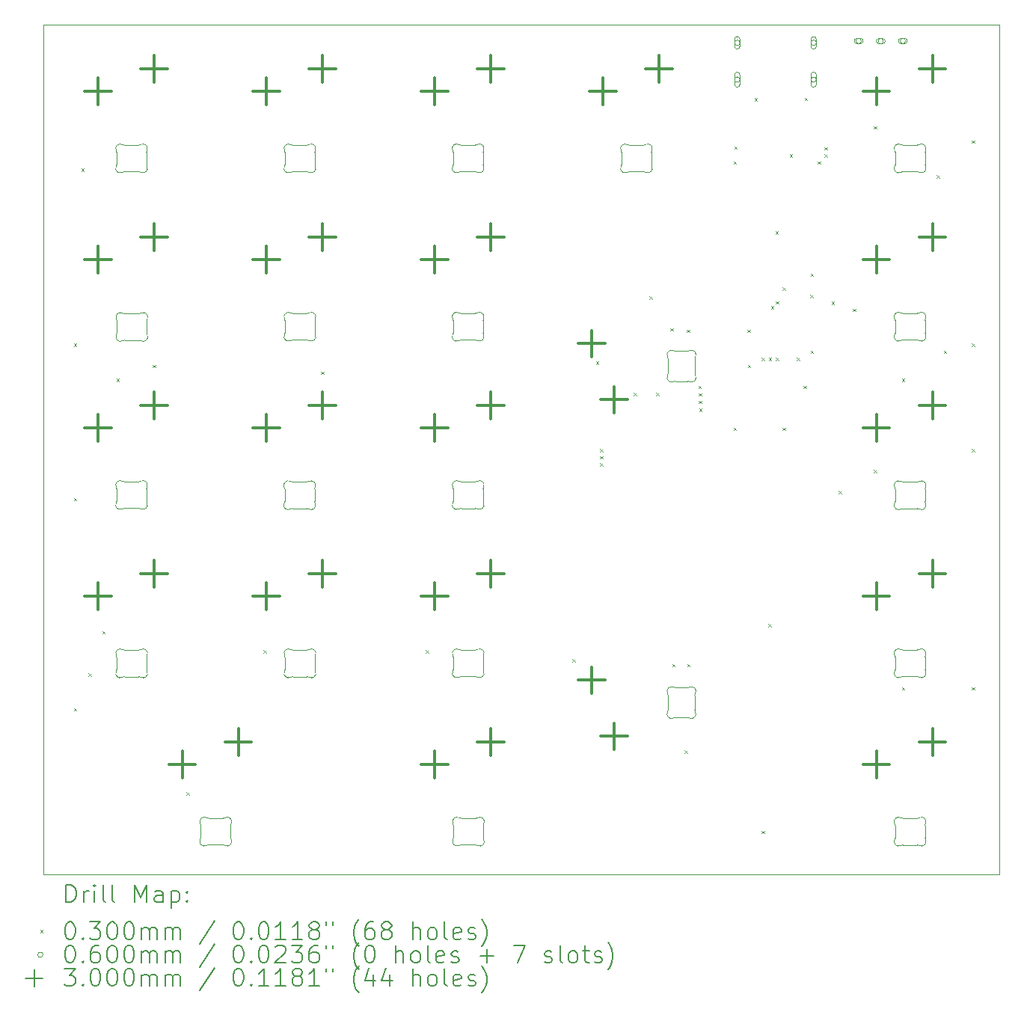
<source format=gbr>
%TF.GenerationSoftware,KiCad,Pcbnew,8.0.6*%
%TF.CreationDate,2024-11-30T15:29:54-05:00*%
%TF.ProjectId,keyboard,6b657962-6f61-4726-942e-6b696361645f,rev?*%
%TF.SameCoordinates,Original*%
%TF.FileFunction,Drillmap*%
%TF.FilePolarity,Positive*%
%FSLAX45Y45*%
G04 Gerber Fmt 4.5, Leading zero omitted, Abs format (unit mm)*
G04 Created by KiCad (PCBNEW 8.0.6) date 2024-11-30 15:29:54*
%MOMM*%
%LPD*%
G01*
G04 APERTURE LIST*
%ADD10C,0.050000*%
%ADD11C,0.100000*%
%ADD12C,0.200000*%
%ADD13C,0.300000*%
G04 APERTURE END LIST*
D10*
X15825000Y-5975000D02*
X26650000Y-5975000D01*
X26650000Y-15600000D01*
X15825000Y-15600000D01*
X15825000Y-5975000D01*
D11*
X16655656Y-7422301D02*
X16655656Y-7562870D01*
X16746210Y-7642585D02*
X16905101Y-7642585D01*
X16905101Y-7342585D02*
X16746210Y-7342585D01*
X16995656Y-7562870D02*
X16995656Y-7422301D01*
X16650707Y-7400613D02*
G75*
G02*
X16655654Y-7422301I-45042J-21682D01*
G01*
X16650707Y-7400613D02*
G75*
G02*
X16720984Y-7335755I45051J21688D01*
G01*
X16655656Y-7562870D02*
G75*
G02*
X16650707Y-7584557I-50006J1D01*
G01*
X16720984Y-7649415D02*
G75*
G02*
X16650708Y-7584558I-25226J43170D01*
G01*
X16720985Y-7649415D02*
G75*
G02*
X16746210Y-7642585I25226J-43171D01*
G01*
X16746210Y-7342585D02*
G75*
G02*
X16720984Y-7335755I0J50001D01*
G01*
X16905101Y-7642585D02*
G75*
G02*
X16930327Y-7649415I0J-50001D01*
G01*
X16930327Y-7335756D02*
G75*
G02*
X16905101Y-7342585I-25226J43171D01*
G01*
X16930327Y-7335756D02*
G75*
G02*
X17000604Y-7400613I25226J-43170D01*
G01*
X16995656Y-7422301D02*
G75*
G02*
X17000604Y-7400613I50007J-2D01*
G01*
X17000604Y-7584557D02*
G75*
G02*
X16930327Y-7649415I-45051J-21688D01*
G01*
X17000604Y-7584557D02*
G75*
G02*
X16995656Y-7562870I45031J21683D01*
G01*
X18558116Y-11234841D02*
X18558116Y-11375410D01*
X18648670Y-11455125D02*
X18807561Y-11455125D01*
X18807561Y-11155126D02*
X18648670Y-11155126D01*
X18898116Y-11375410D02*
X18898116Y-11234841D01*
X18553167Y-11213153D02*
G75*
G02*
X18558114Y-11234841I-45042J-21682D01*
G01*
X18553167Y-11213153D02*
G75*
G02*
X18623445Y-11148296I45051J21688D01*
G01*
X18558116Y-11375410D02*
G75*
G02*
X18553167Y-11397097I-50006J1D01*
G01*
X18623445Y-11461955D02*
G75*
G02*
X18553168Y-11397098I-25226J43170D01*
G01*
X18623445Y-11461955D02*
G75*
G02*
X18648670Y-11455125I25226J-43171D01*
G01*
X18648670Y-11155125D02*
G75*
G02*
X18623445Y-11148296I0J50001D01*
G01*
X18807561Y-11455125D02*
G75*
G02*
X18832787Y-11461955I0J-50001D01*
G01*
X18832787Y-11148296D02*
G75*
G02*
X18807561Y-11155126I-25226J43171D01*
G01*
X18832787Y-11148296D02*
G75*
G02*
X18903064Y-11213153I25226J-43170D01*
G01*
X18898116Y-11234841D02*
G75*
G02*
X18903064Y-11213153I50007J-2D01*
G01*
X18903064Y-11397097D02*
G75*
G02*
X18832787Y-11461955I-45051J-21688D01*
G01*
X18903064Y-11397097D02*
G75*
G02*
X18898116Y-11375410I45031J21683D01*
G01*
X20465000Y-7421966D02*
X20465000Y-7562534D01*
X20555555Y-7642250D02*
X20714445Y-7642250D01*
X20714445Y-7342250D02*
X20555555Y-7342250D01*
X20805000Y-7562534D02*
X20805000Y-7421966D01*
X20460052Y-7400278D02*
G75*
G02*
X20464999Y-7421966I-45042J-21682D01*
G01*
X20460052Y-7400278D02*
G75*
G02*
X20530329Y-7335420I45051J21688D01*
G01*
X20465000Y-7562534D02*
G75*
G02*
X20460052Y-7584222I-50006J1D01*
G01*
X20530329Y-7649080D02*
G75*
G02*
X20460052Y-7584222I-25226J43170D01*
G01*
X20530329Y-7649080D02*
G75*
G02*
X20555555Y-7642250I25226J-43171D01*
G01*
X20555555Y-7342250D02*
G75*
G02*
X20530329Y-7335420I0J50001D01*
G01*
X20714445Y-7642250D02*
G75*
G02*
X20739671Y-7649080I0J-50001D01*
G01*
X20739671Y-7335420D02*
G75*
G02*
X20714445Y-7342250I-25226J43171D01*
G01*
X20739671Y-7335420D02*
G75*
G02*
X20809949Y-7400278I25226J-43170D01*
G01*
X20805000Y-7421966D02*
G75*
G02*
X20809948Y-7400278I50007J-2D01*
G01*
X20809948Y-7584222D02*
G75*
G02*
X20739671Y-7649080I-45051J-21688D01*
G01*
X20809948Y-7584222D02*
G75*
G02*
X20805000Y-7562534I45031J21683D01*
G01*
X25468004Y-7422301D02*
X25468004Y-7562870D01*
X25558559Y-7642585D02*
X25717450Y-7642585D01*
X25717450Y-7342585D02*
X25558559Y-7342585D01*
X25808004Y-7562870D02*
X25808004Y-7422301D01*
X25463056Y-7400613D02*
G75*
G02*
X25468003Y-7422301I-45042J-21682D01*
G01*
X25463056Y-7400613D02*
G75*
G02*
X25533333Y-7335755I45051J21688D01*
G01*
X25468004Y-7562870D02*
G75*
G02*
X25463056Y-7584557I-50006J1D01*
G01*
X25533333Y-7649415D02*
G75*
G02*
X25463056Y-7584558I-25226J43170D01*
G01*
X25533333Y-7649415D02*
G75*
G02*
X25558559Y-7642585I25226J-43171D01*
G01*
X25558559Y-7342585D02*
G75*
G02*
X25533333Y-7335755I0J50001D01*
G01*
X25717450Y-7642585D02*
G75*
G02*
X25742675Y-7649415I0J-50001D01*
G01*
X25742675Y-7335756D02*
G75*
G02*
X25717450Y-7342585I-25226J43171D01*
G01*
X25742675Y-7335756D02*
G75*
G02*
X25812953Y-7400613I25226J-43170D01*
G01*
X25808004Y-7422301D02*
G75*
G02*
X25812953Y-7400613I50007J-2D01*
G01*
X25812953Y-7584557D02*
G75*
G02*
X25742675Y-7649415I-45051J-21688D01*
G01*
X25812953Y-7584557D02*
G75*
G02*
X25808004Y-7562870I45031J21683D01*
G01*
X16655656Y-11232301D02*
X16655656Y-11372870D01*
X16746210Y-11452585D02*
X16905101Y-11452585D01*
X16905101Y-11152586D02*
X16746210Y-11152586D01*
X16995656Y-11372870D02*
X16995656Y-11232301D01*
X16650707Y-11210613D02*
G75*
G02*
X16655654Y-11232301I-45042J-21682D01*
G01*
X16650707Y-11210613D02*
G75*
G02*
X16720984Y-11145756I45051J21688D01*
G01*
X16655656Y-11372870D02*
G75*
G02*
X16650707Y-11394557I-50006J1D01*
G01*
X16720984Y-11459415D02*
G75*
G02*
X16650708Y-11394558I-25226J43170D01*
G01*
X16720985Y-11459415D02*
G75*
G02*
X16746210Y-11452585I25226J-43171D01*
G01*
X16746210Y-11152585D02*
G75*
G02*
X16720984Y-11145756I0J50001D01*
G01*
X16905101Y-11452585D02*
G75*
G02*
X16930327Y-11459415I0J-50001D01*
G01*
X16930327Y-11145756D02*
G75*
G02*
X16905101Y-11152586I-25226J43171D01*
G01*
X16930327Y-11145756D02*
G75*
G02*
X17000604Y-11210613I25226J-43170D01*
G01*
X16995656Y-11232301D02*
G75*
G02*
X17000604Y-11210613I50007J-2D01*
G01*
X17000604Y-11394557D02*
G75*
G02*
X16930327Y-11459415I-45051J-21688D01*
G01*
X17000604Y-11394557D02*
G75*
G02*
X16995656Y-11372870I45031J21683D01*
G01*
X18560656Y-7422301D02*
X18560656Y-7562870D01*
X18651210Y-7642585D02*
X18810101Y-7642585D01*
X18810101Y-7342585D02*
X18651210Y-7342585D01*
X18900656Y-7562870D02*
X18900656Y-7422301D01*
X18555707Y-7400613D02*
G75*
G02*
X18560654Y-7422301I-45042J-21682D01*
G01*
X18555707Y-7400613D02*
G75*
G02*
X18625985Y-7335755I45051J21688D01*
G01*
X18560656Y-7562870D02*
G75*
G02*
X18555707Y-7584557I-50006J1D01*
G01*
X18625985Y-7649415D02*
G75*
G02*
X18555708Y-7584558I-25226J43170D01*
G01*
X18625985Y-7649415D02*
G75*
G02*
X18651210Y-7642585I25226J-43171D01*
G01*
X18651210Y-7342585D02*
G75*
G02*
X18625985Y-7335755I0J50001D01*
G01*
X18810101Y-7642585D02*
G75*
G02*
X18835327Y-7649415I0J-50001D01*
G01*
X18835327Y-7335756D02*
G75*
G02*
X18810101Y-7342585I-25226J43171D01*
G01*
X18835327Y-7335756D02*
G75*
G02*
X18905604Y-7400613I25226J-43170D01*
G01*
X18900656Y-7422301D02*
G75*
G02*
X18905604Y-7400613I50007J-2D01*
G01*
X18905604Y-7584557D02*
G75*
G02*
X18835327Y-7649415I-45051J-21688D01*
G01*
X18905604Y-7584557D02*
G75*
G02*
X18900656Y-7562870I45031J21683D01*
G01*
X25467404Y-9327230D02*
X25467404Y-9467799D01*
X25557959Y-9547514D02*
X25716850Y-9547514D01*
X25716850Y-9247515D02*
X25557959Y-9247515D01*
X25807404Y-9467799D02*
X25807404Y-9327230D01*
X25462456Y-9305542D02*
G75*
G02*
X25467403Y-9327230I-45042J-21682D01*
G01*
X25462456Y-9305542D02*
G75*
G02*
X25532733Y-9240685I45051J21688D01*
G01*
X25467404Y-9467799D02*
G75*
G02*
X25462456Y-9489487I-50006J1D01*
G01*
X25532733Y-9554344D02*
G75*
G02*
X25462456Y-9489487I-25226J43170D01*
G01*
X25532733Y-9554344D02*
G75*
G02*
X25557959Y-9547515I25226J-43171D01*
G01*
X25557959Y-9247514D02*
G75*
G02*
X25532733Y-9240685I0J50001D01*
G01*
X25716850Y-9547514D02*
G75*
G02*
X25742075Y-9554344I0J-50001D01*
G01*
X25742075Y-9240685D02*
G75*
G02*
X25716850Y-9247515I-25226J43171D01*
G01*
X25742075Y-9240685D02*
G75*
G02*
X25812353Y-9305542I25226J-43170D01*
G01*
X25807404Y-9327230D02*
G75*
G02*
X25812353Y-9305542I50007J-2D01*
G01*
X25812353Y-9489486D02*
G75*
G02*
X25742075Y-9554344I-45051J-21688D01*
G01*
X25812353Y-9489486D02*
G75*
G02*
X25807404Y-9467799I45031J21683D01*
G01*
X16656744Y-13137993D02*
X16656744Y-13278561D01*
X16747299Y-13358277D02*
X16906190Y-13358277D01*
X16906190Y-13058277D02*
X16747299Y-13058277D01*
X16996744Y-13278561D02*
X16996744Y-13137993D01*
X16651796Y-13116305D02*
G75*
G02*
X16656743Y-13137993I-45042J-21682D01*
G01*
X16651796Y-13116305D02*
G75*
G02*
X16722073Y-13051447I45051J21688D01*
G01*
X16656744Y-13278561D02*
G75*
G02*
X16651796Y-13300249I-50006J1D01*
G01*
X16722073Y-13365107D02*
G75*
G02*
X16651796Y-13300249I-25226J43170D01*
G01*
X16722073Y-13365107D02*
G75*
G02*
X16747299Y-13358277I25226J-43171D01*
G01*
X16747299Y-13058277D02*
G75*
G02*
X16722073Y-13051447I0J50001D01*
G01*
X16906190Y-13358277D02*
G75*
G02*
X16931416Y-13365107I0J-50001D01*
G01*
X16931416Y-13051447D02*
G75*
G02*
X16906190Y-13058277I-25226J43171D01*
G01*
X16931416Y-13051447D02*
G75*
G02*
X17001693Y-13116305I25226J-43170D01*
G01*
X16996744Y-13137993D02*
G75*
G02*
X17001693Y-13116305I50007J-2D01*
G01*
X17001693Y-13300249D02*
G75*
G02*
X16931416Y-13365107I-45051J-21688D01*
G01*
X17001693Y-13300249D02*
G75*
G02*
X16996744Y-13278561I45031J21683D01*
G01*
X22370656Y-7422301D02*
X22370656Y-7562870D01*
X22461210Y-7642585D02*
X22620101Y-7642585D01*
X22620101Y-7342585D02*
X22461210Y-7342585D01*
X22710655Y-7562870D02*
X22710655Y-7422301D01*
X22365707Y-7400613D02*
G75*
G02*
X22370654Y-7422301I-45042J-21682D01*
G01*
X22365707Y-7400613D02*
G75*
G02*
X22435984Y-7335755I45051J21688D01*
G01*
X22370656Y-7562870D02*
G75*
G02*
X22365707Y-7584557I-50006J1D01*
G01*
X22435984Y-7649415D02*
G75*
G02*
X22365708Y-7584558I-25226J43170D01*
G01*
X22435985Y-7649415D02*
G75*
G02*
X22461210Y-7642585I25226J-43171D01*
G01*
X22461210Y-7342585D02*
G75*
G02*
X22435984Y-7335755I0J50001D01*
G01*
X22620101Y-7642585D02*
G75*
G02*
X22645327Y-7649415I0J-50001D01*
G01*
X22645327Y-7335756D02*
G75*
G02*
X22620101Y-7342585I-25226J43171D01*
G01*
X22645327Y-7335756D02*
G75*
G02*
X22715604Y-7400613I25226J-43170D01*
G01*
X22710655Y-7422301D02*
G75*
G02*
X22715604Y-7400613I50007J-2D01*
G01*
X22715604Y-7584557D02*
G75*
G02*
X22645327Y-7649415I-45051J-21688D01*
G01*
X22715604Y-7584557D02*
G75*
G02*
X22710655Y-7562870I45031J21683D01*
G01*
X18561745Y-13137993D02*
X18561745Y-13278561D01*
X18652299Y-13358277D02*
X18811190Y-13358277D01*
X18811190Y-13058277D02*
X18652299Y-13058277D01*
X18901744Y-13278561D02*
X18901744Y-13137993D01*
X18556796Y-13116305D02*
G75*
G02*
X18561743Y-13137993I-45042J-21682D01*
G01*
X18556796Y-13116305D02*
G75*
G02*
X18627073Y-13051447I45051J21688D01*
G01*
X18561745Y-13278561D02*
G75*
G02*
X18556796Y-13300249I-50006J1D01*
G01*
X18627073Y-13365107D02*
G75*
G02*
X18556796Y-13300249I-25226J43170D01*
G01*
X18627073Y-13365107D02*
G75*
G02*
X18652299Y-13358277I25226J-43171D01*
G01*
X18652299Y-13058277D02*
G75*
G02*
X18627073Y-13051447I0J50001D01*
G01*
X18811190Y-13358277D02*
G75*
G02*
X18836416Y-13365107I0J-50001D01*
G01*
X18836416Y-13051447D02*
G75*
G02*
X18811190Y-13058277I-25226J43171D01*
G01*
X18836416Y-13051447D02*
G75*
G02*
X18906693Y-13116305I25226J-43170D01*
G01*
X18901744Y-13137993D02*
G75*
G02*
X18906693Y-13116305I50007J-2D01*
G01*
X18906693Y-13300249D02*
G75*
G02*
X18836416Y-13365107I-45051J-21688D01*
G01*
X18906693Y-13300249D02*
G75*
G02*
X18901744Y-13278561I45031J21683D01*
G01*
X17608156Y-15042301D02*
X17608156Y-15182870D01*
X17698710Y-15262585D02*
X17857601Y-15262585D01*
X17857601Y-14962585D02*
X17698710Y-14962585D01*
X17948156Y-15182870D02*
X17948156Y-15042301D01*
X17603207Y-15020613D02*
G75*
G02*
X17608154Y-15042301I-45042J-21682D01*
G01*
X17603207Y-15020613D02*
G75*
G02*
X17673485Y-14955755I45051J21688D01*
G01*
X17608156Y-15182870D02*
G75*
G02*
X17603207Y-15204557I-50006J1D01*
G01*
X17673485Y-15269415D02*
G75*
G02*
X17603208Y-15204558I-25226J43170D01*
G01*
X17673485Y-15269415D02*
G75*
G02*
X17698710Y-15262585I25226J-43171D01*
G01*
X17698710Y-14962585D02*
G75*
G02*
X17673485Y-14955755I0J50001D01*
G01*
X17857601Y-15262585D02*
G75*
G02*
X17882827Y-15269415I0J-50001D01*
G01*
X17882827Y-14955756D02*
G75*
G02*
X17857601Y-14962585I-25226J43171D01*
G01*
X17882827Y-14955756D02*
G75*
G02*
X17953104Y-15020613I25226J-43170D01*
G01*
X17948156Y-15042301D02*
G75*
G02*
X17953104Y-15020613I50007J-2D01*
G01*
X17953104Y-15204557D02*
G75*
G02*
X17882827Y-15269415I-45051J-21688D01*
G01*
X17953104Y-15204557D02*
G75*
G02*
X17948156Y-15182870I45031J21683D01*
G01*
X20468196Y-15042301D02*
X20468196Y-15182870D01*
X20558750Y-15262585D02*
X20717641Y-15262585D01*
X20717641Y-14962585D02*
X20558750Y-14962585D01*
X20808196Y-15182870D02*
X20808196Y-15042301D01*
X20463247Y-15020613D02*
G75*
G02*
X20468194Y-15042301I-45042J-21682D01*
G01*
X20463247Y-15020613D02*
G75*
G02*
X20533525Y-14955755I45051J21688D01*
G01*
X20468196Y-15182870D02*
G75*
G02*
X20463247Y-15204557I-50006J1D01*
G01*
X20533525Y-15269415D02*
G75*
G02*
X20463248Y-15204558I-25226J43170D01*
G01*
X20533525Y-15269415D02*
G75*
G02*
X20558750Y-15262585I25226J-43171D01*
G01*
X20558750Y-14962585D02*
G75*
G02*
X20533525Y-14955755I0J50001D01*
G01*
X20717641Y-15262585D02*
G75*
G02*
X20742867Y-15269415I0J-50001D01*
G01*
X20742867Y-14955756D02*
G75*
G02*
X20717641Y-14962585I-25226J43171D01*
G01*
X20742867Y-14955756D02*
G75*
G02*
X20813144Y-15020613I25226J-43170D01*
G01*
X20808196Y-15042301D02*
G75*
G02*
X20813144Y-15020613I50007J-2D01*
G01*
X20813144Y-15204557D02*
G75*
G02*
X20742867Y-15269415I-45051J-21688D01*
G01*
X20813144Y-15204557D02*
G75*
G02*
X20808196Y-15182870I45031J21683D01*
G01*
X16658796Y-9330346D02*
X16658796Y-9470914D01*
X16749350Y-9550630D02*
X16908241Y-9550630D01*
X16908241Y-9250630D02*
X16749350Y-9250630D01*
X16998796Y-9470914D02*
X16998796Y-9330346D01*
X16653847Y-9308658D02*
G75*
G02*
X16658794Y-9330346I-45042J-21682D01*
G01*
X16653847Y-9308658D02*
G75*
G02*
X16724124Y-9243800I45051J21688D01*
G01*
X16658796Y-9470914D02*
G75*
G02*
X16653847Y-9492602I-50006J1D01*
G01*
X16724124Y-9557460D02*
G75*
G02*
X16653848Y-9492602I-25226J43170D01*
G01*
X16724125Y-9557460D02*
G75*
G02*
X16749350Y-9550630I25226J-43171D01*
G01*
X16749350Y-9250630D02*
G75*
G02*
X16724124Y-9243800I0J50001D01*
G01*
X16908241Y-9550630D02*
G75*
G02*
X16933467Y-9557460I0J-50001D01*
G01*
X16933467Y-9243800D02*
G75*
G02*
X16908241Y-9250630I-25226J43171D01*
G01*
X16933467Y-9243800D02*
G75*
G02*
X17003744Y-9308658I25226J-43170D01*
G01*
X16998796Y-9330346D02*
G75*
G02*
X17003744Y-9308658I50007J-2D01*
G01*
X17003744Y-9492602D02*
G75*
G02*
X16933467Y-9557460I-45051J-21688D01*
G01*
X17003744Y-9492602D02*
G75*
G02*
X16998796Y-9470914I45031J21683D01*
G01*
X25467516Y-15042806D02*
X25467516Y-15183374D01*
X25558070Y-15263090D02*
X25716961Y-15263090D01*
X25716961Y-14963090D02*
X25558070Y-14963090D01*
X25807515Y-15183374D02*
X25807515Y-15042806D01*
X25462567Y-15021118D02*
G75*
G02*
X25467514Y-15042806I-45042J-21682D01*
G01*
X25462567Y-15021118D02*
G75*
G02*
X25532844Y-14956260I45051J21688D01*
G01*
X25467516Y-15183374D02*
G75*
G02*
X25462567Y-15205062I-50006J1D01*
G01*
X25532844Y-15269920D02*
G75*
G02*
X25462568Y-15205062I-25226J43170D01*
G01*
X25532845Y-15269920D02*
G75*
G02*
X25558070Y-15263090I25226J-43171D01*
G01*
X25558070Y-14963090D02*
G75*
G02*
X25532844Y-14956260I0J50001D01*
G01*
X25716961Y-15263090D02*
G75*
G02*
X25742187Y-15269920I0J-50001D01*
G01*
X25742187Y-14956260D02*
G75*
G02*
X25716961Y-14963090I-25226J43171D01*
G01*
X25742187Y-14956260D02*
G75*
G02*
X25812464Y-15021118I25226J-43170D01*
G01*
X25807515Y-15042806D02*
G75*
G02*
X25812464Y-15021118I50007J-2D01*
G01*
X25812464Y-15205062D02*
G75*
G02*
X25742187Y-15269920I-45051J-21688D01*
G01*
X25812464Y-15205062D02*
G75*
G02*
X25807515Y-15183374I45031J21683D01*
G01*
X25467404Y-13137230D02*
X25467404Y-13277799D01*
X25557959Y-13357514D02*
X25716850Y-13357514D01*
X25716850Y-13057514D02*
X25557959Y-13057514D01*
X25807404Y-13277799D02*
X25807404Y-13137230D01*
X25462456Y-13115542D02*
G75*
G02*
X25467403Y-13137230I-45042J-21682D01*
G01*
X25462456Y-13115542D02*
G75*
G02*
X25532733Y-13050684I45051J21688D01*
G01*
X25467404Y-13277799D02*
G75*
G02*
X25462456Y-13299486I-50006J1D01*
G01*
X25532733Y-13364344D02*
G75*
G02*
X25462456Y-13299487I-25226J43170D01*
G01*
X25532733Y-13364344D02*
G75*
G02*
X25557959Y-13357514I25226J-43171D01*
G01*
X25557959Y-13057514D02*
G75*
G02*
X25532733Y-13050684I0J50001D01*
G01*
X25716850Y-13357514D02*
G75*
G02*
X25742075Y-13364344I0J-50001D01*
G01*
X25742075Y-13050685D02*
G75*
G02*
X25716850Y-13057514I-25226J43171D01*
G01*
X25742075Y-13050685D02*
G75*
G02*
X25812353Y-13115542I25226J-43170D01*
G01*
X25807404Y-13137230D02*
G75*
G02*
X25812353Y-13115542I50007J-2D01*
G01*
X25812353Y-13299486D02*
G75*
G02*
X25742075Y-13364344I-45051J-21688D01*
G01*
X25812353Y-13299486D02*
G75*
G02*
X25807404Y-13277799I45031J21683D01*
G01*
X20466145Y-13137230D02*
X20466145Y-13277799D01*
X20556699Y-13357514D02*
X20715590Y-13357514D01*
X20715590Y-13057514D02*
X20556699Y-13057514D01*
X20806144Y-13277799D02*
X20806144Y-13137230D01*
X20461196Y-13115542D02*
G75*
G02*
X20466143Y-13137230I-45042J-21682D01*
G01*
X20461196Y-13115542D02*
G75*
G02*
X20531473Y-13050684I45051J21688D01*
G01*
X20466145Y-13277799D02*
G75*
G02*
X20461196Y-13299486I-50006J1D01*
G01*
X20531473Y-13364344D02*
G75*
G02*
X20461196Y-13299487I-25226J43170D01*
G01*
X20531473Y-13364344D02*
G75*
G02*
X20556699Y-13357514I25226J-43171D01*
G01*
X20556699Y-13057514D02*
G75*
G02*
X20531473Y-13050684I0J50001D01*
G01*
X20715590Y-13357514D02*
G75*
G02*
X20740816Y-13364344I0J-50001D01*
G01*
X20740816Y-13050685D02*
G75*
G02*
X20715590Y-13057514I-25226J43171D01*
G01*
X20740816Y-13050685D02*
G75*
G02*
X20811093Y-13115542I25226J-43170D01*
G01*
X20806144Y-13137230D02*
G75*
G02*
X20811093Y-13115542I50007J-2D01*
G01*
X20811093Y-13299486D02*
G75*
G02*
X20740816Y-13364344I-45051J-21688D01*
G01*
X20811093Y-13299486D02*
G75*
G02*
X20806144Y-13277799I45031J21683D01*
G01*
X20465656Y-11232441D02*
X20465656Y-11373010D01*
X20556210Y-11452725D02*
X20715101Y-11452725D01*
X20715101Y-11152726D02*
X20556210Y-11152726D01*
X20805656Y-11373010D02*
X20805656Y-11232441D01*
X20460707Y-11210753D02*
G75*
G02*
X20465654Y-11232441I-45042J-21682D01*
G01*
X20460707Y-11210753D02*
G75*
G02*
X20530985Y-11145896I45051J21688D01*
G01*
X20465656Y-11373010D02*
G75*
G02*
X20460707Y-11394697I-50006J1D01*
G01*
X20530985Y-11459555D02*
G75*
G02*
X20460708Y-11394698I-25226J43170D01*
G01*
X20530985Y-11459555D02*
G75*
G02*
X20556210Y-11452725I25226J-43171D01*
G01*
X20556210Y-11152725D02*
G75*
G02*
X20530985Y-11145896I0J50001D01*
G01*
X20715101Y-11452725D02*
G75*
G02*
X20740327Y-11459555I0J-50001D01*
G01*
X20740327Y-11145896D02*
G75*
G02*
X20715101Y-11152726I-25226J43171D01*
G01*
X20740327Y-11145896D02*
G75*
G02*
X20810604Y-11210753I25226J-43170D01*
G01*
X20805656Y-11232441D02*
G75*
G02*
X20810604Y-11210753I50007J-2D01*
G01*
X20810604Y-11394697D02*
G75*
G02*
X20740327Y-11459555I-45051J-21688D01*
G01*
X20810604Y-11394697D02*
G75*
G02*
X20805656Y-11373010I45031J21683D01*
G01*
X22900154Y-13573210D02*
X22900154Y-13732101D01*
X22979870Y-13822655D02*
X23120439Y-13822655D01*
X23120439Y-13482656D02*
X22979870Y-13482656D01*
X23200154Y-13732101D02*
X23200154Y-13573210D01*
X22893325Y-13547984D02*
G75*
G02*
X22900154Y-13573210I-43171J-25226D01*
G01*
X22893325Y-13547984D02*
G75*
G02*
X22958182Y-13477707I43170J25226D01*
G01*
X22900154Y-13732101D02*
G75*
G02*
X22893324Y-13757327I-50001J0D01*
G01*
X22958182Y-13827604D02*
G75*
G02*
X22893324Y-13757327I-21688J45051D01*
G01*
X22958182Y-13827604D02*
G75*
G02*
X22979870Y-13822657I21682J-45042D01*
G01*
X22979870Y-13482656D02*
G75*
G02*
X22958182Y-13477707I2J50007D01*
G01*
X23120439Y-13822655D02*
G75*
G02*
X23142126Y-13827604I-1J-50006D01*
G01*
X23142126Y-13477707D02*
G75*
G02*
X23206984Y-13547984I21688J-45051D01*
G01*
X23142126Y-13477707D02*
G75*
G02*
X23120439Y-13482656I-21683J45031D01*
G01*
X23200154Y-13573210D02*
G75*
G02*
X23206984Y-13547984I50001J0D01*
G01*
X23206984Y-13757327D02*
G75*
G02*
X23142127Y-13827604I-43170J-25226D01*
G01*
X23206984Y-13757327D02*
G75*
G02*
X23200154Y-13732101I43171J25226D01*
G01*
X18561145Y-9327230D02*
X18561145Y-9467799D01*
X18651699Y-9547514D02*
X18810590Y-9547514D01*
X18810590Y-9247515D02*
X18651699Y-9247515D01*
X18901144Y-9467799D02*
X18901144Y-9327230D01*
X18556196Y-9305542D02*
G75*
G02*
X18561143Y-9327230I-45042J-21682D01*
G01*
X18556196Y-9305542D02*
G75*
G02*
X18626473Y-9240685I45051J21688D01*
G01*
X18561145Y-9467799D02*
G75*
G02*
X18556196Y-9489487I-50006J1D01*
G01*
X18626473Y-9554344D02*
G75*
G02*
X18556196Y-9489487I-25226J43170D01*
G01*
X18626473Y-9554344D02*
G75*
G02*
X18651699Y-9547515I25226J-43171D01*
G01*
X18651699Y-9247514D02*
G75*
G02*
X18626473Y-9240685I0J50001D01*
G01*
X18810590Y-9547514D02*
G75*
G02*
X18835816Y-9554344I0J-50001D01*
G01*
X18835816Y-9240685D02*
G75*
G02*
X18810590Y-9247515I-25226J43171D01*
G01*
X18835816Y-9240685D02*
G75*
G02*
X18906093Y-9305542I25226J-43170D01*
G01*
X18901144Y-9327230D02*
G75*
G02*
X18906093Y-9305542I50007J-2D01*
G01*
X18906093Y-9489486D02*
G75*
G02*
X18835816Y-9554344I-45051J-21688D01*
G01*
X18906093Y-9489486D02*
G75*
G02*
X18901144Y-9467799I45031J21683D01*
G01*
X22900777Y-9764410D02*
X22900777Y-9923301D01*
X22980493Y-10013856D02*
X23121061Y-10013856D01*
X23121061Y-9673856D02*
X22980493Y-9673856D01*
X23200777Y-9923301D02*
X23200777Y-9764410D01*
X22893947Y-9739185D02*
G75*
G02*
X22900777Y-9764410I-43171J-25226D01*
G01*
X22893947Y-9739185D02*
G75*
G02*
X22958805Y-9668907I43170J25226D01*
G01*
X22900777Y-9923301D02*
G75*
G02*
X22893947Y-9948527I-50001J0D01*
G01*
X22958805Y-10018804D02*
G75*
G02*
X22893947Y-9948527I-21688J45051D01*
G01*
X22958805Y-10018804D02*
G75*
G02*
X22980493Y-10013857I21682J-45042D01*
G01*
X22980493Y-9673856D02*
G75*
G02*
X22958805Y-9668907I2J50007D01*
G01*
X23121061Y-10013856D02*
G75*
G02*
X23142749Y-10018804I-1J-50006D01*
G01*
X23142749Y-9668907D02*
G75*
G02*
X23207607Y-9739185I21688J-45051D01*
G01*
X23142749Y-9668907D02*
G75*
G02*
X23121061Y-9673856I-21683J45031D01*
G01*
X23200777Y-9764410D02*
G75*
G02*
X23207607Y-9739185I50001J0D01*
G01*
X23207607Y-9948527D02*
G75*
G02*
X23142749Y-10018804I-43170J-25226D01*
G01*
X23207607Y-9948527D02*
G75*
G02*
X23200777Y-9923301I43171J25226D01*
G01*
X20464805Y-9327230D02*
X20464805Y-9467799D01*
X20555359Y-9547514D02*
X20714250Y-9547514D01*
X20714250Y-9247515D02*
X20555359Y-9247515D01*
X20804804Y-9467799D02*
X20804804Y-9327230D01*
X20459856Y-9305542D02*
G75*
G02*
X20464803Y-9327230I-45042J-21682D01*
G01*
X20459856Y-9305542D02*
G75*
G02*
X20530133Y-9240685I45051J21688D01*
G01*
X20464805Y-9467799D02*
G75*
G02*
X20459856Y-9489487I-50006J1D01*
G01*
X20530133Y-9554344D02*
G75*
G02*
X20459856Y-9489487I-25226J43170D01*
G01*
X20530133Y-9554344D02*
G75*
G02*
X20555359Y-9547515I25226J-43171D01*
G01*
X20555359Y-9247514D02*
G75*
G02*
X20530133Y-9240685I0J50001D01*
G01*
X20714250Y-9547514D02*
G75*
G02*
X20739476Y-9554344I0J-50001D01*
G01*
X20739476Y-9240685D02*
G75*
G02*
X20714250Y-9247515I-25226J43171D01*
G01*
X20739476Y-9240685D02*
G75*
G02*
X20809753Y-9305542I25226J-43170D01*
G01*
X20804804Y-9327230D02*
G75*
G02*
X20809753Y-9305542I50007J-2D01*
G01*
X20809753Y-9489486D02*
G75*
G02*
X20739476Y-9554344I-45051J-21688D01*
G01*
X20809753Y-9489486D02*
G75*
G02*
X20804804Y-9467799I45031J21683D01*
G01*
X25467516Y-11235346D02*
X25467516Y-11375914D01*
X25558070Y-11455630D02*
X25716961Y-11455630D01*
X25716961Y-11155630D02*
X25558070Y-11155630D01*
X25807515Y-11375914D02*
X25807515Y-11235346D01*
X25462567Y-11213658D02*
G75*
G02*
X25467514Y-11235346I-45042J-21682D01*
G01*
X25462567Y-11213658D02*
G75*
G02*
X25532844Y-11148800I45051J21688D01*
G01*
X25467516Y-11375914D02*
G75*
G02*
X25462567Y-11397602I-50006J1D01*
G01*
X25532844Y-11462460D02*
G75*
G02*
X25462568Y-11397602I-25226J43170D01*
G01*
X25532845Y-11462460D02*
G75*
G02*
X25558070Y-11455630I25226J-43171D01*
G01*
X25558070Y-11155630D02*
G75*
G02*
X25532844Y-11148800I0J50001D01*
G01*
X25716961Y-11455630D02*
G75*
G02*
X25742187Y-11462460I0J-50001D01*
G01*
X25742187Y-11148800D02*
G75*
G02*
X25716961Y-11155630I-25226J43171D01*
G01*
X25742187Y-11148800D02*
G75*
G02*
X25812464Y-11213658I25226J-43170D01*
G01*
X25807515Y-11235346D02*
G75*
G02*
X25812464Y-11213658I50007J-2D01*
G01*
X25812464Y-11397602D02*
G75*
G02*
X25742187Y-11462460I-45051J-21688D01*
G01*
X25812464Y-11397602D02*
G75*
G02*
X25807515Y-11375914I45031J21683D01*
G01*
D12*
D11*
X16172950Y-9589375D02*
X16202950Y-9619375D01*
X16202950Y-9589375D02*
X16172950Y-9619375D01*
X16172950Y-11335625D02*
X16202950Y-11365625D01*
X16202950Y-11335625D02*
X16172950Y-11365625D01*
X16172950Y-13716875D02*
X16202950Y-13746875D01*
X16202950Y-13716875D02*
X16172950Y-13746875D01*
X16256875Y-7605000D02*
X16286875Y-7635000D01*
X16286875Y-7605000D02*
X16256875Y-7635000D01*
X16336250Y-13320000D02*
X16366250Y-13350000D01*
X16366250Y-13320000D02*
X16336250Y-13350000D01*
X16495000Y-12843750D02*
X16525000Y-12873750D01*
X16525000Y-12843750D02*
X16495000Y-12873750D01*
X16653750Y-9986250D02*
X16683750Y-10016250D01*
X16683750Y-9986250D02*
X16653750Y-10016250D01*
X17066500Y-9827500D02*
X17096500Y-9857500D01*
X17096500Y-9827500D02*
X17066500Y-9857500D01*
X17447500Y-14669375D02*
X17477500Y-14699375D01*
X17477500Y-14669375D02*
X17447500Y-14699375D01*
X18320625Y-13058979D02*
X18350625Y-13088979D01*
X18350625Y-13058979D02*
X18320625Y-13088979D01*
X18971500Y-9906875D02*
X19001500Y-9936875D01*
X19001500Y-9906875D02*
X18971500Y-9936875D01*
X20156055Y-13059977D02*
X20186055Y-13089977D01*
X20186055Y-13059977D02*
X20156055Y-13089977D01*
X21813125Y-13161250D02*
X21843125Y-13191250D01*
X21843125Y-13161250D02*
X21813125Y-13191250D01*
X22082200Y-9792141D02*
X22112200Y-9822141D01*
X22112200Y-9792141D02*
X22082200Y-9822141D01*
X22130625Y-10780000D02*
X22160625Y-10810000D01*
X22160625Y-10780000D02*
X22130625Y-10810000D01*
X22130625Y-10860000D02*
X22160625Y-10890000D01*
X22160625Y-10860000D02*
X22130625Y-10890000D01*
X22130625Y-10940001D02*
X22160625Y-10970001D01*
X22160625Y-10940001D02*
X22130625Y-10970001D01*
X22509704Y-10145000D02*
X22539704Y-10175000D01*
X22539704Y-10145000D02*
X22509704Y-10175000D01*
X22686250Y-9051950D02*
X22716250Y-9081950D01*
X22716250Y-9051950D02*
X22686250Y-9081950D01*
X22765625Y-10145000D02*
X22795625Y-10175000D01*
X22795625Y-10145000D02*
X22765625Y-10175000D01*
X22924375Y-9412855D02*
X22954375Y-9442855D01*
X22954375Y-9412855D02*
X22924375Y-9442855D01*
X22947000Y-13217000D02*
X22977000Y-13247000D01*
X22977000Y-13217000D02*
X22947000Y-13247000D01*
X23083125Y-14193125D02*
X23113125Y-14223125D01*
X23113125Y-14193125D02*
X23083125Y-14223125D01*
X23109703Y-9430625D02*
X23139703Y-9460625D01*
X23139703Y-9430625D02*
X23109703Y-9460625D01*
X23114000Y-13215000D02*
X23144000Y-13245000D01*
X23144000Y-13215000D02*
X23114000Y-13245000D01*
X23241875Y-10065625D02*
X23271875Y-10095625D01*
X23271875Y-10065625D02*
X23241875Y-10095625D01*
X23246210Y-10149961D02*
X23276210Y-10179961D01*
X23276210Y-10149961D02*
X23246210Y-10179961D01*
X23248287Y-10236555D02*
X23278287Y-10266555D01*
X23278287Y-10236555D02*
X23248287Y-10266555D01*
X23249004Y-10324510D02*
X23279004Y-10354510D01*
X23279004Y-10324510D02*
X23249004Y-10354510D01*
X23638750Y-7526250D02*
X23668750Y-7556250D01*
X23668750Y-7526250D02*
X23638750Y-7556250D01*
X23638750Y-10541875D02*
X23668750Y-10571875D01*
X23668750Y-10541875D02*
X23638750Y-10571875D01*
X23647576Y-7357424D02*
X23677576Y-7387424D01*
X23677576Y-7357424D02*
X23647576Y-7387424D01*
X23797500Y-9430625D02*
X23827500Y-9460625D01*
X23827500Y-9430625D02*
X23797500Y-9460625D01*
X23801651Y-9827500D02*
X23831651Y-9857500D01*
X23831651Y-9827500D02*
X23801651Y-9857500D01*
X23876875Y-6811250D02*
X23906875Y-6841250D01*
X23906875Y-6811250D02*
X23876875Y-6841250D01*
X23956250Y-9748125D02*
X23986250Y-9778125D01*
X23986250Y-9748125D02*
X23956250Y-9778125D01*
X23956250Y-15104200D02*
X23986250Y-15134200D01*
X23986250Y-15104200D02*
X23956250Y-15134200D01*
X24035625Y-12764375D02*
X24065625Y-12794375D01*
X24065625Y-12764375D02*
X24035625Y-12794375D01*
X24036250Y-9748125D02*
X24066250Y-9778125D01*
X24066250Y-9748125D02*
X24036250Y-9778125D01*
X24063079Y-9165046D02*
X24093079Y-9195046D01*
X24093079Y-9165046D02*
X24063079Y-9195046D01*
X24114400Y-8319375D02*
X24144400Y-8349375D01*
X24144400Y-8319375D02*
X24114400Y-8349375D01*
X24116251Y-9748125D02*
X24146251Y-9778125D01*
X24146251Y-9748125D02*
X24116251Y-9778125D01*
X24119648Y-9108477D02*
X24149648Y-9138477D01*
X24149648Y-9108477D02*
X24119648Y-9138477D01*
X24194375Y-10541875D02*
X24224375Y-10571875D01*
X24224375Y-10541875D02*
X24194375Y-10571875D01*
X24195625Y-8954375D02*
X24225625Y-8984375D01*
X24225625Y-8954375D02*
X24195625Y-8984375D01*
X24273750Y-7446250D02*
X24303750Y-7476250D01*
X24303750Y-7446250D02*
X24273750Y-7476250D01*
X24353125Y-9748125D02*
X24383125Y-9778125D01*
X24383125Y-9748125D02*
X24353125Y-9778125D01*
X24432500Y-10065625D02*
X24462500Y-10095625D01*
X24462500Y-10065625D02*
X24432500Y-10095625D01*
X24442941Y-6805762D02*
X24472941Y-6835762D01*
X24472941Y-6805762D02*
X24442941Y-6835762D01*
X24507227Y-9038398D02*
X24537227Y-9068398D01*
X24537227Y-9038398D02*
X24507227Y-9068398D01*
X24511875Y-8795625D02*
X24541875Y-8825625D01*
X24541875Y-8795625D02*
X24511875Y-8825625D01*
X24511875Y-9668750D02*
X24541875Y-9698750D01*
X24541875Y-9668750D02*
X24511875Y-9698750D01*
X24591250Y-7525625D02*
X24621250Y-7555625D01*
X24621250Y-7525625D02*
X24591250Y-7555625D01*
X24670625Y-7366875D02*
X24700625Y-7396875D01*
X24700625Y-7366875D02*
X24670625Y-7396875D01*
X24670625Y-7446875D02*
X24700625Y-7476875D01*
X24700625Y-7446875D02*
X24670625Y-7476875D01*
X24750000Y-9113125D02*
X24780000Y-9143125D01*
X24780000Y-9113125D02*
X24750000Y-9143125D01*
X24829375Y-11256250D02*
X24859375Y-11286250D01*
X24859375Y-11256250D02*
X24829375Y-11286250D01*
X24988125Y-9192500D02*
X25018125Y-9222500D01*
X25018125Y-9192500D02*
X24988125Y-9222500D01*
X25226250Y-7128750D02*
X25256250Y-7158750D01*
X25256250Y-7128750D02*
X25226250Y-7158750D01*
X25226250Y-11018125D02*
X25256250Y-11048125D01*
X25256250Y-11018125D02*
X25226250Y-11048125D01*
X25543750Y-9986250D02*
X25573750Y-10016250D01*
X25573750Y-9986250D02*
X25543750Y-10016250D01*
X25543750Y-13478750D02*
X25573750Y-13508750D01*
X25573750Y-13478750D02*
X25543750Y-13508750D01*
X25940625Y-7684375D02*
X25970625Y-7714375D01*
X25970625Y-7684375D02*
X25940625Y-7714375D01*
X26020000Y-9668750D02*
X26050000Y-9698750D01*
X26050000Y-9668750D02*
X26020000Y-9698750D01*
X26337500Y-7287500D02*
X26367500Y-7317500D01*
X26367500Y-7287500D02*
X26337500Y-7317500D01*
X26337500Y-9589375D02*
X26367500Y-9619375D01*
X26367500Y-9589375D02*
X26337500Y-9619375D01*
X26337500Y-10780000D02*
X26367500Y-10810000D01*
X26367500Y-10780000D02*
X26337500Y-10810000D01*
X26337500Y-13478750D02*
X26367500Y-13508750D01*
X26367500Y-13478750D02*
X26337500Y-13508750D01*
X23711250Y-6183750D02*
G75*
G02*
X23651250Y-6183750I-30000J0D01*
G01*
X23651250Y-6183750D02*
G75*
G02*
X23711250Y-6183750I30000J0D01*
G01*
X23651250Y-6143750D02*
X23651250Y-6223750D01*
X23711250Y-6223750D02*
G75*
G02*
X23651250Y-6223750I-30000J0D01*
G01*
X23711250Y-6223750D02*
X23711250Y-6143750D01*
X23711250Y-6143750D02*
G75*
G03*
X23651250Y-6143750I-30000J0D01*
G01*
X23711250Y-6600750D02*
G75*
G02*
X23651250Y-6600750I-30000J0D01*
G01*
X23651250Y-6600750D02*
G75*
G02*
X23711250Y-6600750I30000J0D01*
G01*
X23651250Y-6545750D02*
X23651250Y-6655750D01*
X23711250Y-6655750D02*
G75*
G02*
X23651250Y-6655750I-30000J0D01*
G01*
X23711250Y-6655750D02*
X23711250Y-6545750D01*
X23711250Y-6545750D02*
G75*
G03*
X23651250Y-6545750I-30000J0D01*
G01*
X24576250Y-6183750D02*
G75*
G02*
X24516250Y-6183750I-30000J0D01*
G01*
X24516250Y-6183750D02*
G75*
G02*
X24576250Y-6183750I30000J0D01*
G01*
X24516250Y-6143750D02*
X24516250Y-6223750D01*
X24576250Y-6223750D02*
G75*
G02*
X24516250Y-6223750I-30000J0D01*
G01*
X24576250Y-6223750D02*
X24576250Y-6143750D01*
X24576250Y-6143750D02*
G75*
G03*
X24516250Y-6143750I-30000J0D01*
G01*
X24576250Y-6600750D02*
G75*
G02*
X24516250Y-6600750I-30000J0D01*
G01*
X24516250Y-6600750D02*
G75*
G02*
X24576250Y-6600750I30000J0D01*
G01*
X24516250Y-6545750D02*
X24516250Y-6655750D01*
X24576250Y-6655750D02*
G75*
G02*
X24516250Y-6655750I-30000J0D01*
G01*
X24576250Y-6655750D02*
X24576250Y-6545750D01*
X24576250Y-6545750D02*
G75*
G03*
X24516250Y-6545750I-30000J0D01*
G01*
X25086000Y-6164000D02*
G75*
G02*
X25026000Y-6164000I-30000J0D01*
G01*
X25026000Y-6164000D02*
G75*
G02*
X25086000Y-6164000I30000J0D01*
G01*
X25076000Y-6134000D02*
X25036000Y-6134000D01*
X25036000Y-6194000D02*
G75*
G02*
X25036000Y-6134000I0J30000D01*
G01*
X25036000Y-6194000D02*
X25076000Y-6194000D01*
X25076000Y-6194000D02*
G75*
G03*
X25076000Y-6134000I0J30000D01*
G01*
X25336000Y-6164000D02*
G75*
G02*
X25276000Y-6164000I-30000J0D01*
G01*
X25276000Y-6164000D02*
G75*
G02*
X25336000Y-6164000I30000J0D01*
G01*
X25326000Y-6134000D02*
X25286000Y-6134000D01*
X25286000Y-6194000D02*
G75*
G02*
X25286000Y-6134000I0J30000D01*
G01*
X25286000Y-6194000D02*
X25326000Y-6194000D01*
X25326000Y-6194000D02*
G75*
G03*
X25326000Y-6134000I0J30000D01*
G01*
X25586000Y-6164000D02*
G75*
G02*
X25526000Y-6164000I-30000J0D01*
G01*
X25526000Y-6164000D02*
G75*
G02*
X25586000Y-6164000I30000J0D01*
G01*
X25576000Y-6134000D02*
X25536000Y-6134000D01*
X25536000Y-6194000D02*
G75*
G02*
X25536000Y-6134000I0J30000D01*
G01*
X25536000Y-6194000D02*
X25576000Y-6194000D01*
X25576000Y-6194000D02*
G75*
G03*
X25576000Y-6134000I0J30000D01*
G01*
D13*
X16446500Y-6581000D02*
X16446500Y-6881000D01*
X16296500Y-6731000D02*
X16596500Y-6731000D01*
X16446500Y-8486000D02*
X16446500Y-8786000D01*
X16296500Y-8636000D02*
X16596500Y-8636000D01*
X16446500Y-10391000D02*
X16446500Y-10691000D01*
X16296500Y-10541000D02*
X16596500Y-10541000D01*
X16446500Y-12296000D02*
X16446500Y-12596000D01*
X16296500Y-12446000D02*
X16596500Y-12446000D01*
X17081500Y-6327000D02*
X17081500Y-6627000D01*
X16931500Y-6477000D02*
X17231500Y-6477000D01*
X17081500Y-8232000D02*
X17081500Y-8532000D01*
X16931500Y-8382000D02*
X17231500Y-8382000D01*
X17081500Y-10137000D02*
X17081500Y-10437000D01*
X16931500Y-10287000D02*
X17231500Y-10287000D01*
X17081500Y-12042000D02*
X17081500Y-12342000D01*
X16931500Y-12192000D02*
X17231500Y-12192000D01*
X17399000Y-14201000D02*
X17399000Y-14501000D01*
X17249000Y-14351000D02*
X17549000Y-14351000D01*
X18034000Y-13947000D02*
X18034000Y-14247000D01*
X17884000Y-14097000D02*
X18184000Y-14097000D01*
X18351500Y-6581000D02*
X18351500Y-6881000D01*
X18201500Y-6731000D02*
X18501500Y-6731000D01*
X18351500Y-8486000D02*
X18351500Y-8786000D01*
X18201500Y-8636000D02*
X18501500Y-8636000D01*
X18351500Y-10391000D02*
X18351500Y-10691000D01*
X18201500Y-10541000D02*
X18501500Y-10541000D01*
X18351500Y-12296000D02*
X18351500Y-12596000D01*
X18201500Y-12446000D02*
X18501500Y-12446000D01*
X18986500Y-6327000D02*
X18986500Y-6627000D01*
X18836500Y-6477000D02*
X19136500Y-6477000D01*
X18986500Y-8232000D02*
X18986500Y-8532000D01*
X18836500Y-8382000D02*
X19136500Y-8382000D01*
X18986500Y-10137000D02*
X18986500Y-10437000D01*
X18836500Y-10287000D02*
X19136500Y-10287000D01*
X18986500Y-12042000D02*
X18986500Y-12342000D01*
X18836500Y-12192000D02*
X19136500Y-12192000D01*
X20256500Y-6581000D02*
X20256500Y-6881000D01*
X20106500Y-6731000D02*
X20406500Y-6731000D01*
X20256500Y-8486000D02*
X20256500Y-8786000D01*
X20106500Y-8636000D02*
X20406500Y-8636000D01*
X20256500Y-10391000D02*
X20256500Y-10691000D01*
X20106500Y-10541000D02*
X20406500Y-10541000D01*
X20256500Y-12296000D02*
X20256500Y-12596000D01*
X20106500Y-12446000D02*
X20406500Y-12446000D01*
X20256500Y-14201000D02*
X20256500Y-14501000D01*
X20106500Y-14351000D02*
X20406500Y-14351000D01*
X20891500Y-6327000D02*
X20891500Y-6627000D01*
X20741500Y-6477000D02*
X21041500Y-6477000D01*
X20891500Y-8232000D02*
X20891500Y-8532000D01*
X20741500Y-8382000D02*
X21041500Y-8382000D01*
X20891500Y-10137000D02*
X20891500Y-10437000D01*
X20741500Y-10287000D02*
X21041500Y-10287000D01*
X20891500Y-12042000D02*
X20891500Y-12342000D01*
X20741500Y-12192000D02*
X21041500Y-12192000D01*
X20891500Y-13947000D02*
X20891500Y-14247000D01*
X20741500Y-14097000D02*
X21041500Y-14097000D01*
X22034500Y-9438500D02*
X22034500Y-9738500D01*
X21884500Y-9588500D02*
X22184500Y-9588500D01*
X22034500Y-13248500D02*
X22034500Y-13548500D01*
X21884500Y-13398500D02*
X22184500Y-13398500D01*
X22161500Y-6581000D02*
X22161500Y-6881000D01*
X22011500Y-6731000D02*
X22311500Y-6731000D01*
X22288500Y-10073500D02*
X22288500Y-10373500D01*
X22138500Y-10223500D02*
X22438500Y-10223500D01*
X22288500Y-13883500D02*
X22288500Y-14183500D01*
X22138500Y-14033500D02*
X22438500Y-14033500D01*
X22796500Y-6327000D02*
X22796500Y-6627000D01*
X22646500Y-6477000D02*
X22946500Y-6477000D01*
X25257125Y-6581000D02*
X25257125Y-6881000D01*
X25107125Y-6731000D02*
X25407125Y-6731000D01*
X25257125Y-8486000D02*
X25257125Y-8786000D01*
X25107125Y-8636000D02*
X25407125Y-8636000D01*
X25257125Y-10391000D02*
X25257125Y-10691000D01*
X25107125Y-10541000D02*
X25407125Y-10541000D01*
X25257125Y-12296000D02*
X25257125Y-12596000D01*
X25107125Y-12446000D02*
X25407125Y-12446000D01*
X25257125Y-14201000D02*
X25257125Y-14501000D01*
X25107125Y-14351000D02*
X25407125Y-14351000D01*
X25892125Y-6327000D02*
X25892125Y-6627000D01*
X25742125Y-6477000D02*
X26042125Y-6477000D01*
X25892125Y-8232000D02*
X25892125Y-8532000D01*
X25742125Y-8382000D02*
X26042125Y-8382000D01*
X25892125Y-10137000D02*
X25892125Y-10437000D01*
X25742125Y-10287000D02*
X26042125Y-10287000D01*
X25892125Y-12042000D02*
X25892125Y-12342000D01*
X25742125Y-12192000D02*
X26042125Y-12192000D01*
X25892125Y-13947000D02*
X25892125Y-14247000D01*
X25742125Y-14097000D02*
X26042125Y-14097000D01*
D12*
X16083277Y-15913984D02*
X16083277Y-15713984D01*
X16083277Y-15713984D02*
X16130896Y-15713984D01*
X16130896Y-15713984D02*
X16159467Y-15723508D01*
X16159467Y-15723508D02*
X16178515Y-15742555D01*
X16178515Y-15742555D02*
X16188039Y-15761603D01*
X16188039Y-15761603D02*
X16197562Y-15799698D01*
X16197562Y-15799698D02*
X16197562Y-15828269D01*
X16197562Y-15828269D02*
X16188039Y-15866365D01*
X16188039Y-15866365D02*
X16178515Y-15885412D01*
X16178515Y-15885412D02*
X16159467Y-15904460D01*
X16159467Y-15904460D02*
X16130896Y-15913984D01*
X16130896Y-15913984D02*
X16083277Y-15913984D01*
X16283277Y-15913984D02*
X16283277Y-15780650D01*
X16283277Y-15818746D02*
X16292801Y-15799698D01*
X16292801Y-15799698D02*
X16302324Y-15790174D01*
X16302324Y-15790174D02*
X16321372Y-15780650D01*
X16321372Y-15780650D02*
X16340420Y-15780650D01*
X16407086Y-15913984D02*
X16407086Y-15780650D01*
X16407086Y-15713984D02*
X16397562Y-15723508D01*
X16397562Y-15723508D02*
X16407086Y-15733031D01*
X16407086Y-15733031D02*
X16416610Y-15723508D01*
X16416610Y-15723508D02*
X16407086Y-15713984D01*
X16407086Y-15713984D02*
X16407086Y-15733031D01*
X16530896Y-15913984D02*
X16511848Y-15904460D01*
X16511848Y-15904460D02*
X16502324Y-15885412D01*
X16502324Y-15885412D02*
X16502324Y-15713984D01*
X16635658Y-15913984D02*
X16616610Y-15904460D01*
X16616610Y-15904460D02*
X16607086Y-15885412D01*
X16607086Y-15885412D02*
X16607086Y-15713984D01*
X16864229Y-15913984D02*
X16864229Y-15713984D01*
X16864229Y-15713984D02*
X16930896Y-15856841D01*
X16930896Y-15856841D02*
X16997563Y-15713984D01*
X16997563Y-15713984D02*
X16997563Y-15913984D01*
X17178515Y-15913984D02*
X17178515Y-15809222D01*
X17178515Y-15809222D02*
X17168991Y-15790174D01*
X17168991Y-15790174D02*
X17149944Y-15780650D01*
X17149944Y-15780650D02*
X17111848Y-15780650D01*
X17111848Y-15780650D02*
X17092801Y-15790174D01*
X17178515Y-15904460D02*
X17159467Y-15913984D01*
X17159467Y-15913984D02*
X17111848Y-15913984D01*
X17111848Y-15913984D02*
X17092801Y-15904460D01*
X17092801Y-15904460D02*
X17083277Y-15885412D01*
X17083277Y-15885412D02*
X17083277Y-15866365D01*
X17083277Y-15866365D02*
X17092801Y-15847317D01*
X17092801Y-15847317D02*
X17111848Y-15837793D01*
X17111848Y-15837793D02*
X17159467Y-15837793D01*
X17159467Y-15837793D02*
X17178515Y-15828269D01*
X17273753Y-15780650D02*
X17273753Y-15980650D01*
X17273753Y-15790174D02*
X17292801Y-15780650D01*
X17292801Y-15780650D02*
X17330896Y-15780650D01*
X17330896Y-15780650D02*
X17349944Y-15790174D01*
X17349944Y-15790174D02*
X17359467Y-15799698D01*
X17359467Y-15799698D02*
X17368991Y-15818746D01*
X17368991Y-15818746D02*
X17368991Y-15875888D01*
X17368991Y-15875888D02*
X17359467Y-15894936D01*
X17359467Y-15894936D02*
X17349944Y-15904460D01*
X17349944Y-15904460D02*
X17330896Y-15913984D01*
X17330896Y-15913984D02*
X17292801Y-15913984D01*
X17292801Y-15913984D02*
X17273753Y-15904460D01*
X17454705Y-15894936D02*
X17464229Y-15904460D01*
X17464229Y-15904460D02*
X17454705Y-15913984D01*
X17454705Y-15913984D02*
X17445182Y-15904460D01*
X17445182Y-15904460D02*
X17454705Y-15894936D01*
X17454705Y-15894936D02*
X17454705Y-15913984D01*
X17454705Y-15790174D02*
X17464229Y-15799698D01*
X17464229Y-15799698D02*
X17454705Y-15809222D01*
X17454705Y-15809222D02*
X17445182Y-15799698D01*
X17445182Y-15799698D02*
X17454705Y-15790174D01*
X17454705Y-15790174D02*
X17454705Y-15809222D01*
D11*
X15792500Y-16227500D02*
X15822500Y-16257500D01*
X15822500Y-16227500D02*
X15792500Y-16257500D01*
D12*
X16121372Y-16133984D02*
X16140420Y-16133984D01*
X16140420Y-16133984D02*
X16159467Y-16143508D01*
X16159467Y-16143508D02*
X16168991Y-16153031D01*
X16168991Y-16153031D02*
X16178515Y-16172079D01*
X16178515Y-16172079D02*
X16188039Y-16210174D01*
X16188039Y-16210174D02*
X16188039Y-16257793D01*
X16188039Y-16257793D02*
X16178515Y-16295888D01*
X16178515Y-16295888D02*
X16168991Y-16314936D01*
X16168991Y-16314936D02*
X16159467Y-16324460D01*
X16159467Y-16324460D02*
X16140420Y-16333984D01*
X16140420Y-16333984D02*
X16121372Y-16333984D01*
X16121372Y-16333984D02*
X16102324Y-16324460D01*
X16102324Y-16324460D02*
X16092801Y-16314936D01*
X16092801Y-16314936D02*
X16083277Y-16295888D01*
X16083277Y-16295888D02*
X16073753Y-16257793D01*
X16073753Y-16257793D02*
X16073753Y-16210174D01*
X16073753Y-16210174D02*
X16083277Y-16172079D01*
X16083277Y-16172079D02*
X16092801Y-16153031D01*
X16092801Y-16153031D02*
X16102324Y-16143508D01*
X16102324Y-16143508D02*
X16121372Y-16133984D01*
X16273753Y-16314936D02*
X16283277Y-16324460D01*
X16283277Y-16324460D02*
X16273753Y-16333984D01*
X16273753Y-16333984D02*
X16264229Y-16324460D01*
X16264229Y-16324460D02*
X16273753Y-16314936D01*
X16273753Y-16314936D02*
X16273753Y-16333984D01*
X16349943Y-16133984D02*
X16473753Y-16133984D01*
X16473753Y-16133984D02*
X16407086Y-16210174D01*
X16407086Y-16210174D02*
X16435658Y-16210174D01*
X16435658Y-16210174D02*
X16454705Y-16219698D01*
X16454705Y-16219698D02*
X16464229Y-16229222D01*
X16464229Y-16229222D02*
X16473753Y-16248269D01*
X16473753Y-16248269D02*
X16473753Y-16295888D01*
X16473753Y-16295888D02*
X16464229Y-16314936D01*
X16464229Y-16314936D02*
X16454705Y-16324460D01*
X16454705Y-16324460D02*
X16435658Y-16333984D01*
X16435658Y-16333984D02*
X16378515Y-16333984D01*
X16378515Y-16333984D02*
X16359467Y-16324460D01*
X16359467Y-16324460D02*
X16349943Y-16314936D01*
X16597562Y-16133984D02*
X16616610Y-16133984D01*
X16616610Y-16133984D02*
X16635658Y-16143508D01*
X16635658Y-16143508D02*
X16645182Y-16153031D01*
X16645182Y-16153031D02*
X16654705Y-16172079D01*
X16654705Y-16172079D02*
X16664229Y-16210174D01*
X16664229Y-16210174D02*
X16664229Y-16257793D01*
X16664229Y-16257793D02*
X16654705Y-16295888D01*
X16654705Y-16295888D02*
X16645182Y-16314936D01*
X16645182Y-16314936D02*
X16635658Y-16324460D01*
X16635658Y-16324460D02*
X16616610Y-16333984D01*
X16616610Y-16333984D02*
X16597562Y-16333984D01*
X16597562Y-16333984D02*
X16578515Y-16324460D01*
X16578515Y-16324460D02*
X16568991Y-16314936D01*
X16568991Y-16314936D02*
X16559467Y-16295888D01*
X16559467Y-16295888D02*
X16549943Y-16257793D01*
X16549943Y-16257793D02*
X16549943Y-16210174D01*
X16549943Y-16210174D02*
X16559467Y-16172079D01*
X16559467Y-16172079D02*
X16568991Y-16153031D01*
X16568991Y-16153031D02*
X16578515Y-16143508D01*
X16578515Y-16143508D02*
X16597562Y-16133984D01*
X16788039Y-16133984D02*
X16807086Y-16133984D01*
X16807086Y-16133984D02*
X16826134Y-16143508D01*
X16826134Y-16143508D02*
X16835658Y-16153031D01*
X16835658Y-16153031D02*
X16845182Y-16172079D01*
X16845182Y-16172079D02*
X16854705Y-16210174D01*
X16854705Y-16210174D02*
X16854705Y-16257793D01*
X16854705Y-16257793D02*
X16845182Y-16295888D01*
X16845182Y-16295888D02*
X16835658Y-16314936D01*
X16835658Y-16314936D02*
X16826134Y-16324460D01*
X16826134Y-16324460D02*
X16807086Y-16333984D01*
X16807086Y-16333984D02*
X16788039Y-16333984D01*
X16788039Y-16333984D02*
X16768991Y-16324460D01*
X16768991Y-16324460D02*
X16759467Y-16314936D01*
X16759467Y-16314936D02*
X16749943Y-16295888D01*
X16749943Y-16295888D02*
X16740420Y-16257793D01*
X16740420Y-16257793D02*
X16740420Y-16210174D01*
X16740420Y-16210174D02*
X16749943Y-16172079D01*
X16749943Y-16172079D02*
X16759467Y-16153031D01*
X16759467Y-16153031D02*
X16768991Y-16143508D01*
X16768991Y-16143508D02*
X16788039Y-16133984D01*
X16940420Y-16333984D02*
X16940420Y-16200650D01*
X16940420Y-16219698D02*
X16949944Y-16210174D01*
X16949944Y-16210174D02*
X16968991Y-16200650D01*
X16968991Y-16200650D02*
X16997563Y-16200650D01*
X16997563Y-16200650D02*
X17016610Y-16210174D01*
X17016610Y-16210174D02*
X17026134Y-16229222D01*
X17026134Y-16229222D02*
X17026134Y-16333984D01*
X17026134Y-16229222D02*
X17035658Y-16210174D01*
X17035658Y-16210174D02*
X17054705Y-16200650D01*
X17054705Y-16200650D02*
X17083277Y-16200650D01*
X17083277Y-16200650D02*
X17102325Y-16210174D01*
X17102325Y-16210174D02*
X17111848Y-16229222D01*
X17111848Y-16229222D02*
X17111848Y-16333984D01*
X17207086Y-16333984D02*
X17207086Y-16200650D01*
X17207086Y-16219698D02*
X17216610Y-16210174D01*
X17216610Y-16210174D02*
X17235658Y-16200650D01*
X17235658Y-16200650D02*
X17264229Y-16200650D01*
X17264229Y-16200650D02*
X17283277Y-16210174D01*
X17283277Y-16210174D02*
X17292801Y-16229222D01*
X17292801Y-16229222D02*
X17292801Y-16333984D01*
X17292801Y-16229222D02*
X17302325Y-16210174D01*
X17302325Y-16210174D02*
X17321372Y-16200650D01*
X17321372Y-16200650D02*
X17349944Y-16200650D01*
X17349944Y-16200650D02*
X17368991Y-16210174D01*
X17368991Y-16210174D02*
X17378515Y-16229222D01*
X17378515Y-16229222D02*
X17378515Y-16333984D01*
X17768991Y-16124460D02*
X17597563Y-16381603D01*
X18026134Y-16133984D02*
X18045182Y-16133984D01*
X18045182Y-16133984D02*
X18064229Y-16143508D01*
X18064229Y-16143508D02*
X18073753Y-16153031D01*
X18073753Y-16153031D02*
X18083277Y-16172079D01*
X18083277Y-16172079D02*
X18092801Y-16210174D01*
X18092801Y-16210174D02*
X18092801Y-16257793D01*
X18092801Y-16257793D02*
X18083277Y-16295888D01*
X18083277Y-16295888D02*
X18073753Y-16314936D01*
X18073753Y-16314936D02*
X18064229Y-16324460D01*
X18064229Y-16324460D02*
X18045182Y-16333984D01*
X18045182Y-16333984D02*
X18026134Y-16333984D01*
X18026134Y-16333984D02*
X18007087Y-16324460D01*
X18007087Y-16324460D02*
X17997563Y-16314936D01*
X17997563Y-16314936D02*
X17988039Y-16295888D01*
X17988039Y-16295888D02*
X17978515Y-16257793D01*
X17978515Y-16257793D02*
X17978515Y-16210174D01*
X17978515Y-16210174D02*
X17988039Y-16172079D01*
X17988039Y-16172079D02*
X17997563Y-16153031D01*
X17997563Y-16153031D02*
X18007087Y-16143508D01*
X18007087Y-16143508D02*
X18026134Y-16133984D01*
X18178515Y-16314936D02*
X18188039Y-16324460D01*
X18188039Y-16324460D02*
X18178515Y-16333984D01*
X18178515Y-16333984D02*
X18168991Y-16324460D01*
X18168991Y-16324460D02*
X18178515Y-16314936D01*
X18178515Y-16314936D02*
X18178515Y-16333984D01*
X18311848Y-16133984D02*
X18330896Y-16133984D01*
X18330896Y-16133984D02*
X18349944Y-16143508D01*
X18349944Y-16143508D02*
X18359468Y-16153031D01*
X18359468Y-16153031D02*
X18368991Y-16172079D01*
X18368991Y-16172079D02*
X18378515Y-16210174D01*
X18378515Y-16210174D02*
X18378515Y-16257793D01*
X18378515Y-16257793D02*
X18368991Y-16295888D01*
X18368991Y-16295888D02*
X18359468Y-16314936D01*
X18359468Y-16314936D02*
X18349944Y-16324460D01*
X18349944Y-16324460D02*
X18330896Y-16333984D01*
X18330896Y-16333984D02*
X18311848Y-16333984D01*
X18311848Y-16333984D02*
X18292801Y-16324460D01*
X18292801Y-16324460D02*
X18283277Y-16314936D01*
X18283277Y-16314936D02*
X18273753Y-16295888D01*
X18273753Y-16295888D02*
X18264229Y-16257793D01*
X18264229Y-16257793D02*
X18264229Y-16210174D01*
X18264229Y-16210174D02*
X18273753Y-16172079D01*
X18273753Y-16172079D02*
X18283277Y-16153031D01*
X18283277Y-16153031D02*
X18292801Y-16143508D01*
X18292801Y-16143508D02*
X18311848Y-16133984D01*
X18568991Y-16333984D02*
X18454706Y-16333984D01*
X18511848Y-16333984D02*
X18511848Y-16133984D01*
X18511848Y-16133984D02*
X18492801Y-16162555D01*
X18492801Y-16162555D02*
X18473753Y-16181603D01*
X18473753Y-16181603D02*
X18454706Y-16191127D01*
X18759468Y-16333984D02*
X18645182Y-16333984D01*
X18702325Y-16333984D02*
X18702325Y-16133984D01*
X18702325Y-16133984D02*
X18683277Y-16162555D01*
X18683277Y-16162555D02*
X18664229Y-16181603D01*
X18664229Y-16181603D02*
X18645182Y-16191127D01*
X18873753Y-16219698D02*
X18854706Y-16210174D01*
X18854706Y-16210174D02*
X18845182Y-16200650D01*
X18845182Y-16200650D02*
X18835658Y-16181603D01*
X18835658Y-16181603D02*
X18835658Y-16172079D01*
X18835658Y-16172079D02*
X18845182Y-16153031D01*
X18845182Y-16153031D02*
X18854706Y-16143508D01*
X18854706Y-16143508D02*
X18873753Y-16133984D01*
X18873753Y-16133984D02*
X18911849Y-16133984D01*
X18911849Y-16133984D02*
X18930896Y-16143508D01*
X18930896Y-16143508D02*
X18940420Y-16153031D01*
X18940420Y-16153031D02*
X18949944Y-16172079D01*
X18949944Y-16172079D02*
X18949944Y-16181603D01*
X18949944Y-16181603D02*
X18940420Y-16200650D01*
X18940420Y-16200650D02*
X18930896Y-16210174D01*
X18930896Y-16210174D02*
X18911849Y-16219698D01*
X18911849Y-16219698D02*
X18873753Y-16219698D01*
X18873753Y-16219698D02*
X18854706Y-16229222D01*
X18854706Y-16229222D02*
X18845182Y-16238746D01*
X18845182Y-16238746D02*
X18835658Y-16257793D01*
X18835658Y-16257793D02*
X18835658Y-16295888D01*
X18835658Y-16295888D02*
X18845182Y-16314936D01*
X18845182Y-16314936D02*
X18854706Y-16324460D01*
X18854706Y-16324460D02*
X18873753Y-16333984D01*
X18873753Y-16333984D02*
X18911849Y-16333984D01*
X18911849Y-16333984D02*
X18930896Y-16324460D01*
X18930896Y-16324460D02*
X18940420Y-16314936D01*
X18940420Y-16314936D02*
X18949944Y-16295888D01*
X18949944Y-16295888D02*
X18949944Y-16257793D01*
X18949944Y-16257793D02*
X18940420Y-16238746D01*
X18940420Y-16238746D02*
X18930896Y-16229222D01*
X18930896Y-16229222D02*
X18911849Y-16219698D01*
X19026134Y-16133984D02*
X19026134Y-16172079D01*
X19102325Y-16133984D02*
X19102325Y-16172079D01*
X19397563Y-16410174D02*
X19388039Y-16400650D01*
X19388039Y-16400650D02*
X19368991Y-16372079D01*
X19368991Y-16372079D02*
X19359468Y-16353031D01*
X19359468Y-16353031D02*
X19349944Y-16324460D01*
X19349944Y-16324460D02*
X19340420Y-16276841D01*
X19340420Y-16276841D02*
X19340420Y-16238746D01*
X19340420Y-16238746D02*
X19349944Y-16191127D01*
X19349944Y-16191127D02*
X19359468Y-16162555D01*
X19359468Y-16162555D02*
X19368991Y-16143508D01*
X19368991Y-16143508D02*
X19388039Y-16114936D01*
X19388039Y-16114936D02*
X19397563Y-16105412D01*
X19559468Y-16133984D02*
X19521372Y-16133984D01*
X19521372Y-16133984D02*
X19502325Y-16143508D01*
X19502325Y-16143508D02*
X19492801Y-16153031D01*
X19492801Y-16153031D02*
X19473753Y-16181603D01*
X19473753Y-16181603D02*
X19464230Y-16219698D01*
X19464230Y-16219698D02*
X19464230Y-16295888D01*
X19464230Y-16295888D02*
X19473753Y-16314936D01*
X19473753Y-16314936D02*
X19483277Y-16324460D01*
X19483277Y-16324460D02*
X19502325Y-16333984D01*
X19502325Y-16333984D02*
X19540420Y-16333984D01*
X19540420Y-16333984D02*
X19559468Y-16324460D01*
X19559468Y-16324460D02*
X19568991Y-16314936D01*
X19568991Y-16314936D02*
X19578515Y-16295888D01*
X19578515Y-16295888D02*
X19578515Y-16248269D01*
X19578515Y-16248269D02*
X19568991Y-16229222D01*
X19568991Y-16229222D02*
X19559468Y-16219698D01*
X19559468Y-16219698D02*
X19540420Y-16210174D01*
X19540420Y-16210174D02*
X19502325Y-16210174D01*
X19502325Y-16210174D02*
X19483277Y-16219698D01*
X19483277Y-16219698D02*
X19473753Y-16229222D01*
X19473753Y-16229222D02*
X19464230Y-16248269D01*
X19692801Y-16219698D02*
X19673753Y-16210174D01*
X19673753Y-16210174D02*
X19664230Y-16200650D01*
X19664230Y-16200650D02*
X19654706Y-16181603D01*
X19654706Y-16181603D02*
X19654706Y-16172079D01*
X19654706Y-16172079D02*
X19664230Y-16153031D01*
X19664230Y-16153031D02*
X19673753Y-16143508D01*
X19673753Y-16143508D02*
X19692801Y-16133984D01*
X19692801Y-16133984D02*
X19730896Y-16133984D01*
X19730896Y-16133984D02*
X19749944Y-16143508D01*
X19749944Y-16143508D02*
X19759468Y-16153031D01*
X19759468Y-16153031D02*
X19768991Y-16172079D01*
X19768991Y-16172079D02*
X19768991Y-16181603D01*
X19768991Y-16181603D02*
X19759468Y-16200650D01*
X19759468Y-16200650D02*
X19749944Y-16210174D01*
X19749944Y-16210174D02*
X19730896Y-16219698D01*
X19730896Y-16219698D02*
X19692801Y-16219698D01*
X19692801Y-16219698D02*
X19673753Y-16229222D01*
X19673753Y-16229222D02*
X19664230Y-16238746D01*
X19664230Y-16238746D02*
X19654706Y-16257793D01*
X19654706Y-16257793D02*
X19654706Y-16295888D01*
X19654706Y-16295888D02*
X19664230Y-16314936D01*
X19664230Y-16314936D02*
X19673753Y-16324460D01*
X19673753Y-16324460D02*
X19692801Y-16333984D01*
X19692801Y-16333984D02*
X19730896Y-16333984D01*
X19730896Y-16333984D02*
X19749944Y-16324460D01*
X19749944Y-16324460D02*
X19759468Y-16314936D01*
X19759468Y-16314936D02*
X19768991Y-16295888D01*
X19768991Y-16295888D02*
X19768991Y-16257793D01*
X19768991Y-16257793D02*
X19759468Y-16238746D01*
X19759468Y-16238746D02*
X19749944Y-16229222D01*
X19749944Y-16229222D02*
X19730896Y-16219698D01*
X20007087Y-16333984D02*
X20007087Y-16133984D01*
X20092801Y-16333984D02*
X20092801Y-16229222D01*
X20092801Y-16229222D02*
X20083277Y-16210174D01*
X20083277Y-16210174D02*
X20064230Y-16200650D01*
X20064230Y-16200650D02*
X20035658Y-16200650D01*
X20035658Y-16200650D02*
X20016611Y-16210174D01*
X20016611Y-16210174D02*
X20007087Y-16219698D01*
X20216611Y-16333984D02*
X20197563Y-16324460D01*
X20197563Y-16324460D02*
X20188039Y-16314936D01*
X20188039Y-16314936D02*
X20178515Y-16295888D01*
X20178515Y-16295888D02*
X20178515Y-16238746D01*
X20178515Y-16238746D02*
X20188039Y-16219698D01*
X20188039Y-16219698D02*
X20197563Y-16210174D01*
X20197563Y-16210174D02*
X20216611Y-16200650D01*
X20216611Y-16200650D02*
X20245182Y-16200650D01*
X20245182Y-16200650D02*
X20264230Y-16210174D01*
X20264230Y-16210174D02*
X20273753Y-16219698D01*
X20273753Y-16219698D02*
X20283277Y-16238746D01*
X20283277Y-16238746D02*
X20283277Y-16295888D01*
X20283277Y-16295888D02*
X20273753Y-16314936D01*
X20273753Y-16314936D02*
X20264230Y-16324460D01*
X20264230Y-16324460D02*
X20245182Y-16333984D01*
X20245182Y-16333984D02*
X20216611Y-16333984D01*
X20397563Y-16333984D02*
X20378515Y-16324460D01*
X20378515Y-16324460D02*
X20368992Y-16305412D01*
X20368992Y-16305412D02*
X20368992Y-16133984D01*
X20549944Y-16324460D02*
X20530896Y-16333984D01*
X20530896Y-16333984D02*
X20492801Y-16333984D01*
X20492801Y-16333984D02*
X20473753Y-16324460D01*
X20473753Y-16324460D02*
X20464230Y-16305412D01*
X20464230Y-16305412D02*
X20464230Y-16229222D01*
X20464230Y-16229222D02*
X20473753Y-16210174D01*
X20473753Y-16210174D02*
X20492801Y-16200650D01*
X20492801Y-16200650D02*
X20530896Y-16200650D01*
X20530896Y-16200650D02*
X20549944Y-16210174D01*
X20549944Y-16210174D02*
X20559468Y-16229222D01*
X20559468Y-16229222D02*
X20559468Y-16248269D01*
X20559468Y-16248269D02*
X20464230Y-16267317D01*
X20635658Y-16324460D02*
X20654706Y-16333984D01*
X20654706Y-16333984D02*
X20692801Y-16333984D01*
X20692801Y-16333984D02*
X20711849Y-16324460D01*
X20711849Y-16324460D02*
X20721373Y-16305412D01*
X20721373Y-16305412D02*
X20721373Y-16295888D01*
X20721373Y-16295888D02*
X20711849Y-16276841D01*
X20711849Y-16276841D02*
X20692801Y-16267317D01*
X20692801Y-16267317D02*
X20664230Y-16267317D01*
X20664230Y-16267317D02*
X20645182Y-16257793D01*
X20645182Y-16257793D02*
X20635658Y-16238746D01*
X20635658Y-16238746D02*
X20635658Y-16229222D01*
X20635658Y-16229222D02*
X20645182Y-16210174D01*
X20645182Y-16210174D02*
X20664230Y-16200650D01*
X20664230Y-16200650D02*
X20692801Y-16200650D01*
X20692801Y-16200650D02*
X20711849Y-16210174D01*
X20788039Y-16410174D02*
X20797563Y-16400650D01*
X20797563Y-16400650D02*
X20816611Y-16372079D01*
X20816611Y-16372079D02*
X20826134Y-16353031D01*
X20826134Y-16353031D02*
X20835658Y-16324460D01*
X20835658Y-16324460D02*
X20845182Y-16276841D01*
X20845182Y-16276841D02*
X20845182Y-16238746D01*
X20845182Y-16238746D02*
X20835658Y-16191127D01*
X20835658Y-16191127D02*
X20826134Y-16162555D01*
X20826134Y-16162555D02*
X20816611Y-16143508D01*
X20816611Y-16143508D02*
X20797563Y-16114936D01*
X20797563Y-16114936D02*
X20788039Y-16105412D01*
D11*
X15822500Y-16506500D02*
G75*
G02*
X15762500Y-16506500I-30000J0D01*
G01*
X15762500Y-16506500D02*
G75*
G02*
X15822500Y-16506500I30000J0D01*
G01*
D12*
X16121372Y-16397984D02*
X16140420Y-16397984D01*
X16140420Y-16397984D02*
X16159467Y-16407508D01*
X16159467Y-16407508D02*
X16168991Y-16417031D01*
X16168991Y-16417031D02*
X16178515Y-16436079D01*
X16178515Y-16436079D02*
X16188039Y-16474174D01*
X16188039Y-16474174D02*
X16188039Y-16521793D01*
X16188039Y-16521793D02*
X16178515Y-16559888D01*
X16178515Y-16559888D02*
X16168991Y-16578936D01*
X16168991Y-16578936D02*
X16159467Y-16588460D01*
X16159467Y-16588460D02*
X16140420Y-16597984D01*
X16140420Y-16597984D02*
X16121372Y-16597984D01*
X16121372Y-16597984D02*
X16102324Y-16588460D01*
X16102324Y-16588460D02*
X16092801Y-16578936D01*
X16092801Y-16578936D02*
X16083277Y-16559888D01*
X16083277Y-16559888D02*
X16073753Y-16521793D01*
X16073753Y-16521793D02*
X16073753Y-16474174D01*
X16073753Y-16474174D02*
X16083277Y-16436079D01*
X16083277Y-16436079D02*
X16092801Y-16417031D01*
X16092801Y-16417031D02*
X16102324Y-16407508D01*
X16102324Y-16407508D02*
X16121372Y-16397984D01*
X16273753Y-16578936D02*
X16283277Y-16588460D01*
X16283277Y-16588460D02*
X16273753Y-16597984D01*
X16273753Y-16597984D02*
X16264229Y-16588460D01*
X16264229Y-16588460D02*
X16273753Y-16578936D01*
X16273753Y-16578936D02*
X16273753Y-16597984D01*
X16454705Y-16397984D02*
X16416610Y-16397984D01*
X16416610Y-16397984D02*
X16397562Y-16407508D01*
X16397562Y-16407508D02*
X16388039Y-16417031D01*
X16388039Y-16417031D02*
X16368991Y-16445603D01*
X16368991Y-16445603D02*
X16359467Y-16483698D01*
X16359467Y-16483698D02*
X16359467Y-16559888D01*
X16359467Y-16559888D02*
X16368991Y-16578936D01*
X16368991Y-16578936D02*
X16378515Y-16588460D01*
X16378515Y-16588460D02*
X16397562Y-16597984D01*
X16397562Y-16597984D02*
X16435658Y-16597984D01*
X16435658Y-16597984D02*
X16454705Y-16588460D01*
X16454705Y-16588460D02*
X16464229Y-16578936D01*
X16464229Y-16578936D02*
X16473753Y-16559888D01*
X16473753Y-16559888D02*
X16473753Y-16512269D01*
X16473753Y-16512269D02*
X16464229Y-16493222D01*
X16464229Y-16493222D02*
X16454705Y-16483698D01*
X16454705Y-16483698D02*
X16435658Y-16474174D01*
X16435658Y-16474174D02*
X16397562Y-16474174D01*
X16397562Y-16474174D02*
X16378515Y-16483698D01*
X16378515Y-16483698D02*
X16368991Y-16493222D01*
X16368991Y-16493222D02*
X16359467Y-16512269D01*
X16597562Y-16397984D02*
X16616610Y-16397984D01*
X16616610Y-16397984D02*
X16635658Y-16407508D01*
X16635658Y-16407508D02*
X16645182Y-16417031D01*
X16645182Y-16417031D02*
X16654705Y-16436079D01*
X16654705Y-16436079D02*
X16664229Y-16474174D01*
X16664229Y-16474174D02*
X16664229Y-16521793D01*
X16664229Y-16521793D02*
X16654705Y-16559888D01*
X16654705Y-16559888D02*
X16645182Y-16578936D01*
X16645182Y-16578936D02*
X16635658Y-16588460D01*
X16635658Y-16588460D02*
X16616610Y-16597984D01*
X16616610Y-16597984D02*
X16597562Y-16597984D01*
X16597562Y-16597984D02*
X16578515Y-16588460D01*
X16578515Y-16588460D02*
X16568991Y-16578936D01*
X16568991Y-16578936D02*
X16559467Y-16559888D01*
X16559467Y-16559888D02*
X16549943Y-16521793D01*
X16549943Y-16521793D02*
X16549943Y-16474174D01*
X16549943Y-16474174D02*
X16559467Y-16436079D01*
X16559467Y-16436079D02*
X16568991Y-16417031D01*
X16568991Y-16417031D02*
X16578515Y-16407508D01*
X16578515Y-16407508D02*
X16597562Y-16397984D01*
X16788039Y-16397984D02*
X16807086Y-16397984D01*
X16807086Y-16397984D02*
X16826134Y-16407508D01*
X16826134Y-16407508D02*
X16835658Y-16417031D01*
X16835658Y-16417031D02*
X16845182Y-16436079D01*
X16845182Y-16436079D02*
X16854705Y-16474174D01*
X16854705Y-16474174D02*
X16854705Y-16521793D01*
X16854705Y-16521793D02*
X16845182Y-16559888D01*
X16845182Y-16559888D02*
X16835658Y-16578936D01*
X16835658Y-16578936D02*
X16826134Y-16588460D01*
X16826134Y-16588460D02*
X16807086Y-16597984D01*
X16807086Y-16597984D02*
X16788039Y-16597984D01*
X16788039Y-16597984D02*
X16768991Y-16588460D01*
X16768991Y-16588460D02*
X16759467Y-16578936D01*
X16759467Y-16578936D02*
X16749943Y-16559888D01*
X16749943Y-16559888D02*
X16740420Y-16521793D01*
X16740420Y-16521793D02*
X16740420Y-16474174D01*
X16740420Y-16474174D02*
X16749943Y-16436079D01*
X16749943Y-16436079D02*
X16759467Y-16417031D01*
X16759467Y-16417031D02*
X16768991Y-16407508D01*
X16768991Y-16407508D02*
X16788039Y-16397984D01*
X16940420Y-16597984D02*
X16940420Y-16464650D01*
X16940420Y-16483698D02*
X16949944Y-16474174D01*
X16949944Y-16474174D02*
X16968991Y-16464650D01*
X16968991Y-16464650D02*
X16997563Y-16464650D01*
X16997563Y-16464650D02*
X17016610Y-16474174D01*
X17016610Y-16474174D02*
X17026134Y-16493222D01*
X17026134Y-16493222D02*
X17026134Y-16597984D01*
X17026134Y-16493222D02*
X17035658Y-16474174D01*
X17035658Y-16474174D02*
X17054705Y-16464650D01*
X17054705Y-16464650D02*
X17083277Y-16464650D01*
X17083277Y-16464650D02*
X17102325Y-16474174D01*
X17102325Y-16474174D02*
X17111848Y-16493222D01*
X17111848Y-16493222D02*
X17111848Y-16597984D01*
X17207086Y-16597984D02*
X17207086Y-16464650D01*
X17207086Y-16483698D02*
X17216610Y-16474174D01*
X17216610Y-16474174D02*
X17235658Y-16464650D01*
X17235658Y-16464650D02*
X17264229Y-16464650D01*
X17264229Y-16464650D02*
X17283277Y-16474174D01*
X17283277Y-16474174D02*
X17292801Y-16493222D01*
X17292801Y-16493222D02*
X17292801Y-16597984D01*
X17292801Y-16493222D02*
X17302325Y-16474174D01*
X17302325Y-16474174D02*
X17321372Y-16464650D01*
X17321372Y-16464650D02*
X17349944Y-16464650D01*
X17349944Y-16464650D02*
X17368991Y-16474174D01*
X17368991Y-16474174D02*
X17378515Y-16493222D01*
X17378515Y-16493222D02*
X17378515Y-16597984D01*
X17768991Y-16388460D02*
X17597563Y-16645603D01*
X18026134Y-16397984D02*
X18045182Y-16397984D01*
X18045182Y-16397984D02*
X18064229Y-16407508D01*
X18064229Y-16407508D02*
X18073753Y-16417031D01*
X18073753Y-16417031D02*
X18083277Y-16436079D01*
X18083277Y-16436079D02*
X18092801Y-16474174D01*
X18092801Y-16474174D02*
X18092801Y-16521793D01*
X18092801Y-16521793D02*
X18083277Y-16559888D01*
X18083277Y-16559888D02*
X18073753Y-16578936D01*
X18073753Y-16578936D02*
X18064229Y-16588460D01*
X18064229Y-16588460D02*
X18045182Y-16597984D01*
X18045182Y-16597984D02*
X18026134Y-16597984D01*
X18026134Y-16597984D02*
X18007087Y-16588460D01*
X18007087Y-16588460D02*
X17997563Y-16578936D01*
X17997563Y-16578936D02*
X17988039Y-16559888D01*
X17988039Y-16559888D02*
X17978515Y-16521793D01*
X17978515Y-16521793D02*
X17978515Y-16474174D01*
X17978515Y-16474174D02*
X17988039Y-16436079D01*
X17988039Y-16436079D02*
X17997563Y-16417031D01*
X17997563Y-16417031D02*
X18007087Y-16407508D01*
X18007087Y-16407508D02*
X18026134Y-16397984D01*
X18178515Y-16578936D02*
X18188039Y-16588460D01*
X18188039Y-16588460D02*
X18178515Y-16597984D01*
X18178515Y-16597984D02*
X18168991Y-16588460D01*
X18168991Y-16588460D02*
X18178515Y-16578936D01*
X18178515Y-16578936D02*
X18178515Y-16597984D01*
X18311848Y-16397984D02*
X18330896Y-16397984D01*
X18330896Y-16397984D02*
X18349944Y-16407508D01*
X18349944Y-16407508D02*
X18359468Y-16417031D01*
X18359468Y-16417031D02*
X18368991Y-16436079D01*
X18368991Y-16436079D02*
X18378515Y-16474174D01*
X18378515Y-16474174D02*
X18378515Y-16521793D01*
X18378515Y-16521793D02*
X18368991Y-16559888D01*
X18368991Y-16559888D02*
X18359468Y-16578936D01*
X18359468Y-16578936D02*
X18349944Y-16588460D01*
X18349944Y-16588460D02*
X18330896Y-16597984D01*
X18330896Y-16597984D02*
X18311848Y-16597984D01*
X18311848Y-16597984D02*
X18292801Y-16588460D01*
X18292801Y-16588460D02*
X18283277Y-16578936D01*
X18283277Y-16578936D02*
X18273753Y-16559888D01*
X18273753Y-16559888D02*
X18264229Y-16521793D01*
X18264229Y-16521793D02*
X18264229Y-16474174D01*
X18264229Y-16474174D02*
X18273753Y-16436079D01*
X18273753Y-16436079D02*
X18283277Y-16417031D01*
X18283277Y-16417031D02*
X18292801Y-16407508D01*
X18292801Y-16407508D02*
X18311848Y-16397984D01*
X18454706Y-16417031D02*
X18464229Y-16407508D01*
X18464229Y-16407508D02*
X18483277Y-16397984D01*
X18483277Y-16397984D02*
X18530896Y-16397984D01*
X18530896Y-16397984D02*
X18549944Y-16407508D01*
X18549944Y-16407508D02*
X18559468Y-16417031D01*
X18559468Y-16417031D02*
X18568991Y-16436079D01*
X18568991Y-16436079D02*
X18568991Y-16455127D01*
X18568991Y-16455127D02*
X18559468Y-16483698D01*
X18559468Y-16483698D02*
X18445182Y-16597984D01*
X18445182Y-16597984D02*
X18568991Y-16597984D01*
X18635658Y-16397984D02*
X18759468Y-16397984D01*
X18759468Y-16397984D02*
X18692801Y-16474174D01*
X18692801Y-16474174D02*
X18721372Y-16474174D01*
X18721372Y-16474174D02*
X18740420Y-16483698D01*
X18740420Y-16483698D02*
X18749944Y-16493222D01*
X18749944Y-16493222D02*
X18759468Y-16512269D01*
X18759468Y-16512269D02*
X18759468Y-16559888D01*
X18759468Y-16559888D02*
X18749944Y-16578936D01*
X18749944Y-16578936D02*
X18740420Y-16588460D01*
X18740420Y-16588460D02*
X18721372Y-16597984D01*
X18721372Y-16597984D02*
X18664229Y-16597984D01*
X18664229Y-16597984D02*
X18645182Y-16588460D01*
X18645182Y-16588460D02*
X18635658Y-16578936D01*
X18930896Y-16397984D02*
X18892801Y-16397984D01*
X18892801Y-16397984D02*
X18873753Y-16407508D01*
X18873753Y-16407508D02*
X18864229Y-16417031D01*
X18864229Y-16417031D02*
X18845182Y-16445603D01*
X18845182Y-16445603D02*
X18835658Y-16483698D01*
X18835658Y-16483698D02*
X18835658Y-16559888D01*
X18835658Y-16559888D02*
X18845182Y-16578936D01*
X18845182Y-16578936D02*
X18854706Y-16588460D01*
X18854706Y-16588460D02*
X18873753Y-16597984D01*
X18873753Y-16597984D02*
X18911849Y-16597984D01*
X18911849Y-16597984D02*
X18930896Y-16588460D01*
X18930896Y-16588460D02*
X18940420Y-16578936D01*
X18940420Y-16578936D02*
X18949944Y-16559888D01*
X18949944Y-16559888D02*
X18949944Y-16512269D01*
X18949944Y-16512269D02*
X18940420Y-16493222D01*
X18940420Y-16493222D02*
X18930896Y-16483698D01*
X18930896Y-16483698D02*
X18911849Y-16474174D01*
X18911849Y-16474174D02*
X18873753Y-16474174D01*
X18873753Y-16474174D02*
X18854706Y-16483698D01*
X18854706Y-16483698D02*
X18845182Y-16493222D01*
X18845182Y-16493222D02*
X18835658Y-16512269D01*
X19026134Y-16397984D02*
X19026134Y-16436079D01*
X19102325Y-16397984D02*
X19102325Y-16436079D01*
X19397563Y-16674174D02*
X19388039Y-16664650D01*
X19388039Y-16664650D02*
X19368991Y-16636079D01*
X19368991Y-16636079D02*
X19359468Y-16617031D01*
X19359468Y-16617031D02*
X19349944Y-16588460D01*
X19349944Y-16588460D02*
X19340420Y-16540841D01*
X19340420Y-16540841D02*
X19340420Y-16502746D01*
X19340420Y-16502746D02*
X19349944Y-16455127D01*
X19349944Y-16455127D02*
X19359468Y-16426555D01*
X19359468Y-16426555D02*
X19368991Y-16407508D01*
X19368991Y-16407508D02*
X19388039Y-16378936D01*
X19388039Y-16378936D02*
X19397563Y-16369412D01*
X19511849Y-16397984D02*
X19530896Y-16397984D01*
X19530896Y-16397984D02*
X19549944Y-16407508D01*
X19549944Y-16407508D02*
X19559468Y-16417031D01*
X19559468Y-16417031D02*
X19568991Y-16436079D01*
X19568991Y-16436079D02*
X19578515Y-16474174D01*
X19578515Y-16474174D02*
X19578515Y-16521793D01*
X19578515Y-16521793D02*
X19568991Y-16559888D01*
X19568991Y-16559888D02*
X19559468Y-16578936D01*
X19559468Y-16578936D02*
X19549944Y-16588460D01*
X19549944Y-16588460D02*
X19530896Y-16597984D01*
X19530896Y-16597984D02*
X19511849Y-16597984D01*
X19511849Y-16597984D02*
X19492801Y-16588460D01*
X19492801Y-16588460D02*
X19483277Y-16578936D01*
X19483277Y-16578936D02*
X19473753Y-16559888D01*
X19473753Y-16559888D02*
X19464230Y-16521793D01*
X19464230Y-16521793D02*
X19464230Y-16474174D01*
X19464230Y-16474174D02*
X19473753Y-16436079D01*
X19473753Y-16436079D02*
X19483277Y-16417031D01*
X19483277Y-16417031D02*
X19492801Y-16407508D01*
X19492801Y-16407508D02*
X19511849Y-16397984D01*
X19816611Y-16597984D02*
X19816611Y-16397984D01*
X19902325Y-16597984D02*
X19902325Y-16493222D01*
X19902325Y-16493222D02*
X19892801Y-16474174D01*
X19892801Y-16474174D02*
X19873753Y-16464650D01*
X19873753Y-16464650D02*
X19845182Y-16464650D01*
X19845182Y-16464650D02*
X19826134Y-16474174D01*
X19826134Y-16474174D02*
X19816611Y-16483698D01*
X20026134Y-16597984D02*
X20007087Y-16588460D01*
X20007087Y-16588460D02*
X19997563Y-16578936D01*
X19997563Y-16578936D02*
X19988039Y-16559888D01*
X19988039Y-16559888D02*
X19988039Y-16502746D01*
X19988039Y-16502746D02*
X19997563Y-16483698D01*
X19997563Y-16483698D02*
X20007087Y-16474174D01*
X20007087Y-16474174D02*
X20026134Y-16464650D01*
X20026134Y-16464650D02*
X20054706Y-16464650D01*
X20054706Y-16464650D02*
X20073753Y-16474174D01*
X20073753Y-16474174D02*
X20083277Y-16483698D01*
X20083277Y-16483698D02*
X20092801Y-16502746D01*
X20092801Y-16502746D02*
X20092801Y-16559888D01*
X20092801Y-16559888D02*
X20083277Y-16578936D01*
X20083277Y-16578936D02*
X20073753Y-16588460D01*
X20073753Y-16588460D02*
X20054706Y-16597984D01*
X20054706Y-16597984D02*
X20026134Y-16597984D01*
X20207087Y-16597984D02*
X20188039Y-16588460D01*
X20188039Y-16588460D02*
X20178515Y-16569412D01*
X20178515Y-16569412D02*
X20178515Y-16397984D01*
X20359468Y-16588460D02*
X20340420Y-16597984D01*
X20340420Y-16597984D02*
X20302325Y-16597984D01*
X20302325Y-16597984D02*
X20283277Y-16588460D01*
X20283277Y-16588460D02*
X20273753Y-16569412D01*
X20273753Y-16569412D02*
X20273753Y-16493222D01*
X20273753Y-16493222D02*
X20283277Y-16474174D01*
X20283277Y-16474174D02*
X20302325Y-16464650D01*
X20302325Y-16464650D02*
X20340420Y-16464650D01*
X20340420Y-16464650D02*
X20359468Y-16474174D01*
X20359468Y-16474174D02*
X20368992Y-16493222D01*
X20368992Y-16493222D02*
X20368992Y-16512269D01*
X20368992Y-16512269D02*
X20273753Y-16531317D01*
X20445182Y-16588460D02*
X20464230Y-16597984D01*
X20464230Y-16597984D02*
X20502325Y-16597984D01*
X20502325Y-16597984D02*
X20521373Y-16588460D01*
X20521373Y-16588460D02*
X20530896Y-16569412D01*
X20530896Y-16569412D02*
X20530896Y-16559888D01*
X20530896Y-16559888D02*
X20521373Y-16540841D01*
X20521373Y-16540841D02*
X20502325Y-16531317D01*
X20502325Y-16531317D02*
X20473753Y-16531317D01*
X20473753Y-16531317D02*
X20454706Y-16521793D01*
X20454706Y-16521793D02*
X20445182Y-16502746D01*
X20445182Y-16502746D02*
X20445182Y-16493222D01*
X20445182Y-16493222D02*
X20454706Y-16474174D01*
X20454706Y-16474174D02*
X20473753Y-16464650D01*
X20473753Y-16464650D02*
X20502325Y-16464650D01*
X20502325Y-16464650D02*
X20521373Y-16474174D01*
X20768992Y-16521793D02*
X20921373Y-16521793D01*
X20845182Y-16597984D02*
X20845182Y-16445603D01*
X21149944Y-16397984D02*
X21283277Y-16397984D01*
X21283277Y-16397984D02*
X21197563Y-16597984D01*
X21502325Y-16588460D02*
X21521373Y-16597984D01*
X21521373Y-16597984D02*
X21559468Y-16597984D01*
X21559468Y-16597984D02*
X21578516Y-16588460D01*
X21578516Y-16588460D02*
X21588039Y-16569412D01*
X21588039Y-16569412D02*
X21588039Y-16559888D01*
X21588039Y-16559888D02*
X21578516Y-16540841D01*
X21578516Y-16540841D02*
X21559468Y-16531317D01*
X21559468Y-16531317D02*
X21530896Y-16531317D01*
X21530896Y-16531317D02*
X21511849Y-16521793D01*
X21511849Y-16521793D02*
X21502325Y-16502746D01*
X21502325Y-16502746D02*
X21502325Y-16493222D01*
X21502325Y-16493222D02*
X21511849Y-16474174D01*
X21511849Y-16474174D02*
X21530896Y-16464650D01*
X21530896Y-16464650D02*
X21559468Y-16464650D01*
X21559468Y-16464650D02*
X21578516Y-16474174D01*
X21702325Y-16597984D02*
X21683277Y-16588460D01*
X21683277Y-16588460D02*
X21673754Y-16569412D01*
X21673754Y-16569412D02*
X21673754Y-16397984D01*
X21807087Y-16597984D02*
X21788039Y-16588460D01*
X21788039Y-16588460D02*
X21778516Y-16578936D01*
X21778516Y-16578936D02*
X21768992Y-16559888D01*
X21768992Y-16559888D02*
X21768992Y-16502746D01*
X21768992Y-16502746D02*
X21778516Y-16483698D01*
X21778516Y-16483698D02*
X21788039Y-16474174D01*
X21788039Y-16474174D02*
X21807087Y-16464650D01*
X21807087Y-16464650D02*
X21835658Y-16464650D01*
X21835658Y-16464650D02*
X21854706Y-16474174D01*
X21854706Y-16474174D02*
X21864230Y-16483698D01*
X21864230Y-16483698D02*
X21873754Y-16502746D01*
X21873754Y-16502746D02*
X21873754Y-16559888D01*
X21873754Y-16559888D02*
X21864230Y-16578936D01*
X21864230Y-16578936D02*
X21854706Y-16588460D01*
X21854706Y-16588460D02*
X21835658Y-16597984D01*
X21835658Y-16597984D02*
X21807087Y-16597984D01*
X21930897Y-16464650D02*
X22007087Y-16464650D01*
X21959468Y-16397984D02*
X21959468Y-16569412D01*
X21959468Y-16569412D02*
X21968992Y-16588460D01*
X21968992Y-16588460D02*
X21988039Y-16597984D01*
X21988039Y-16597984D02*
X22007087Y-16597984D01*
X22064230Y-16588460D02*
X22083277Y-16597984D01*
X22083277Y-16597984D02*
X22121373Y-16597984D01*
X22121373Y-16597984D02*
X22140420Y-16588460D01*
X22140420Y-16588460D02*
X22149944Y-16569412D01*
X22149944Y-16569412D02*
X22149944Y-16559888D01*
X22149944Y-16559888D02*
X22140420Y-16540841D01*
X22140420Y-16540841D02*
X22121373Y-16531317D01*
X22121373Y-16531317D02*
X22092801Y-16531317D01*
X22092801Y-16531317D02*
X22073754Y-16521793D01*
X22073754Y-16521793D02*
X22064230Y-16502746D01*
X22064230Y-16502746D02*
X22064230Y-16493222D01*
X22064230Y-16493222D02*
X22073754Y-16474174D01*
X22073754Y-16474174D02*
X22092801Y-16464650D01*
X22092801Y-16464650D02*
X22121373Y-16464650D01*
X22121373Y-16464650D02*
X22140420Y-16474174D01*
X22216611Y-16674174D02*
X22226135Y-16664650D01*
X22226135Y-16664650D02*
X22245182Y-16636079D01*
X22245182Y-16636079D02*
X22254706Y-16617031D01*
X22254706Y-16617031D02*
X22264230Y-16588460D01*
X22264230Y-16588460D02*
X22273754Y-16540841D01*
X22273754Y-16540841D02*
X22273754Y-16502746D01*
X22273754Y-16502746D02*
X22264230Y-16455127D01*
X22264230Y-16455127D02*
X22254706Y-16426555D01*
X22254706Y-16426555D02*
X22245182Y-16407508D01*
X22245182Y-16407508D02*
X22226135Y-16378936D01*
X22226135Y-16378936D02*
X22216611Y-16369412D01*
X15722500Y-16670500D02*
X15722500Y-16870500D01*
X15622500Y-16770500D02*
X15822500Y-16770500D01*
X16064229Y-16661984D02*
X16188039Y-16661984D01*
X16188039Y-16661984D02*
X16121372Y-16738174D01*
X16121372Y-16738174D02*
X16149943Y-16738174D01*
X16149943Y-16738174D02*
X16168991Y-16747698D01*
X16168991Y-16747698D02*
X16178515Y-16757222D01*
X16178515Y-16757222D02*
X16188039Y-16776269D01*
X16188039Y-16776269D02*
X16188039Y-16823889D01*
X16188039Y-16823889D02*
X16178515Y-16842936D01*
X16178515Y-16842936D02*
X16168991Y-16852460D01*
X16168991Y-16852460D02*
X16149943Y-16861984D01*
X16149943Y-16861984D02*
X16092801Y-16861984D01*
X16092801Y-16861984D02*
X16073753Y-16852460D01*
X16073753Y-16852460D02*
X16064229Y-16842936D01*
X16273753Y-16842936D02*
X16283277Y-16852460D01*
X16283277Y-16852460D02*
X16273753Y-16861984D01*
X16273753Y-16861984D02*
X16264229Y-16852460D01*
X16264229Y-16852460D02*
X16273753Y-16842936D01*
X16273753Y-16842936D02*
X16273753Y-16861984D01*
X16407086Y-16661984D02*
X16426134Y-16661984D01*
X16426134Y-16661984D02*
X16445182Y-16671508D01*
X16445182Y-16671508D02*
X16454705Y-16681031D01*
X16454705Y-16681031D02*
X16464229Y-16700079D01*
X16464229Y-16700079D02*
X16473753Y-16738174D01*
X16473753Y-16738174D02*
X16473753Y-16785793D01*
X16473753Y-16785793D02*
X16464229Y-16823889D01*
X16464229Y-16823889D02*
X16454705Y-16842936D01*
X16454705Y-16842936D02*
X16445182Y-16852460D01*
X16445182Y-16852460D02*
X16426134Y-16861984D01*
X16426134Y-16861984D02*
X16407086Y-16861984D01*
X16407086Y-16861984D02*
X16388039Y-16852460D01*
X16388039Y-16852460D02*
X16378515Y-16842936D01*
X16378515Y-16842936D02*
X16368991Y-16823889D01*
X16368991Y-16823889D02*
X16359467Y-16785793D01*
X16359467Y-16785793D02*
X16359467Y-16738174D01*
X16359467Y-16738174D02*
X16368991Y-16700079D01*
X16368991Y-16700079D02*
X16378515Y-16681031D01*
X16378515Y-16681031D02*
X16388039Y-16671508D01*
X16388039Y-16671508D02*
X16407086Y-16661984D01*
X16597562Y-16661984D02*
X16616610Y-16661984D01*
X16616610Y-16661984D02*
X16635658Y-16671508D01*
X16635658Y-16671508D02*
X16645182Y-16681031D01*
X16645182Y-16681031D02*
X16654705Y-16700079D01*
X16654705Y-16700079D02*
X16664229Y-16738174D01*
X16664229Y-16738174D02*
X16664229Y-16785793D01*
X16664229Y-16785793D02*
X16654705Y-16823889D01*
X16654705Y-16823889D02*
X16645182Y-16842936D01*
X16645182Y-16842936D02*
X16635658Y-16852460D01*
X16635658Y-16852460D02*
X16616610Y-16861984D01*
X16616610Y-16861984D02*
X16597562Y-16861984D01*
X16597562Y-16861984D02*
X16578515Y-16852460D01*
X16578515Y-16852460D02*
X16568991Y-16842936D01*
X16568991Y-16842936D02*
X16559467Y-16823889D01*
X16559467Y-16823889D02*
X16549943Y-16785793D01*
X16549943Y-16785793D02*
X16549943Y-16738174D01*
X16549943Y-16738174D02*
X16559467Y-16700079D01*
X16559467Y-16700079D02*
X16568991Y-16681031D01*
X16568991Y-16681031D02*
X16578515Y-16671508D01*
X16578515Y-16671508D02*
X16597562Y-16661984D01*
X16788039Y-16661984D02*
X16807086Y-16661984D01*
X16807086Y-16661984D02*
X16826134Y-16671508D01*
X16826134Y-16671508D02*
X16835658Y-16681031D01*
X16835658Y-16681031D02*
X16845182Y-16700079D01*
X16845182Y-16700079D02*
X16854705Y-16738174D01*
X16854705Y-16738174D02*
X16854705Y-16785793D01*
X16854705Y-16785793D02*
X16845182Y-16823889D01*
X16845182Y-16823889D02*
X16835658Y-16842936D01*
X16835658Y-16842936D02*
X16826134Y-16852460D01*
X16826134Y-16852460D02*
X16807086Y-16861984D01*
X16807086Y-16861984D02*
X16788039Y-16861984D01*
X16788039Y-16861984D02*
X16768991Y-16852460D01*
X16768991Y-16852460D02*
X16759467Y-16842936D01*
X16759467Y-16842936D02*
X16749943Y-16823889D01*
X16749943Y-16823889D02*
X16740420Y-16785793D01*
X16740420Y-16785793D02*
X16740420Y-16738174D01*
X16740420Y-16738174D02*
X16749943Y-16700079D01*
X16749943Y-16700079D02*
X16759467Y-16681031D01*
X16759467Y-16681031D02*
X16768991Y-16671508D01*
X16768991Y-16671508D02*
X16788039Y-16661984D01*
X16940420Y-16861984D02*
X16940420Y-16728650D01*
X16940420Y-16747698D02*
X16949944Y-16738174D01*
X16949944Y-16738174D02*
X16968991Y-16728650D01*
X16968991Y-16728650D02*
X16997563Y-16728650D01*
X16997563Y-16728650D02*
X17016610Y-16738174D01*
X17016610Y-16738174D02*
X17026134Y-16757222D01*
X17026134Y-16757222D02*
X17026134Y-16861984D01*
X17026134Y-16757222D02*
X17035658Y-16738174D01*
X17035658Y-16738174D02*
X17054705Y-16728650D01*
X17054705Y-16728650D02*
X17083277Y-16728650D01*
X17083277Y-16728650D02*
X17102325Y-16738174D01*
X17102325Y-16738174D02*
X17111848Y-16757222D01*
X17111848Y-16757222D02*
X17111848Y-16861984D01*
X17207086Y-16861984D02*
X17207086Y-16728650D01*
X17207086Y-16747698D02*
X17216610Y-16738174D01*
X17216610Y-16738174D02*
X17235658Y-16728650D01*
X17235658Y-16728650D02*
X17264229Y-16728650D01*
X17264229Y-16728650D02*
X17283277Y-16738174D01*
X17283277Y-16738174D02*
X17292801Y-16757222D01*
X17292801Y-16757222D02*
X17292801Y-16861984D01*
X17292801Y-16757222D02*
X17302325Y-16738174D01*
X17302325Y-16738174D02*
X17321372Y-16728650D01*
X17321372Y-16728650D02*
X17349944Y-16728650D01*
X17349944Y-16728650D02*
X17368991Y-16738174D01*
X17368991Y-16738174D02*
X17378515Y-16757222D01*
X17378515Y-16757222D02*
X17378515Y-16861984D01*
X17768991Y-16652460D02*
X17597563Y-16909603D01*
X18026134Y-16661984D02*
X18045182Y-16661984D01*
X18045182Y-16661984D02*
X18064229Y-16671508D01*
X18064229Y-16671508D02*
X18073753Y-16681031D01*
X18073753Y-16681031D02*
X18083277Y-16700079D01*
X18083277Y-16700079D02*
X18092801Y-16738174D01*
X18092801Y-16738174D02*
X18092801Y-16785793D01*
X18092801Y-16785793D02*
X18083277Y-16823889D01*
X18083277Y-16823889D02*
X18073753Y-16842936D01*
X18073753Y-16842936D02*
X18064229Y-16852460D01*
X18064229Y-16852460D02*
X18045182Y-16861984D01*
X18045182Y-16861984D02*
X18026134Y-16861984D01*
X18026134Y-16861984D02*
X18007087Y-16852460D01*
X18007087Y-16852460D02*
X17997563Y-16842936D01*
X17997563Y-16842936D02*
X17988039Y-16823889D01*
X17988039Y-16823889D02*
X17978515Y-16785793D01*
X17978515Y-16785793D02*
X17978515Y-16738174D01*
X17978515Y-16738174D02*
X17988039Y-16700079D01*
X17988039Y-16700079D02*
X17997563Y-16681031D01*
X17997563Y-16681031D02*
X18007087Y-16671508D01*
X18007087Y-16671508D02*
X18026134Y-16661984D01*
X18178515Y-16842936D02*
X18188039Y-16852460D01*
X18188039Y-16852460D02*
X18178515Y-16861984D01*
X18178515Y-16861984D02*
X18168991Y-16852460D01*
X18168991Y-16852460D02*
X18178515Y-16842936D01*
X18178515Y-16842936D02*
X18178515Y-16861984D01*
X18378515Y-16861984D02*
X18264229Y-16861984D01*
X18321372Y-16861984D02*
X18321372Y-16661984D01*
X18321372Y-16661984D02*
X18302325Y-16690555D01*
X18302325Y-16690555D02*
X18283277Y-16709603D01*
X18283277Y-16709603D02*
X18264229Y-16719127D01*
X18568991Y-16861984D02*
X18454706Y-16861984D01*
X18511848Y-16861984D02*
X18511848Y-16661984D01*
X18511848Y-16661984D02*
X18492801Y-16690555D01*
X18492801Y-16690555D02*
X18473753Y-16709603D01*
X18473753Y-16709603D02*
X18454706Y-16719127D01*
X18683277Y-16747698D02*
X18664229Y-16738174D01*
X18664229Y-16738174D02*
X18654706Y-16728650D01*
X18654706Y-16728650D02*
X18645182Y-16709603D01*
X18645182Y-16709603D02*
X18645182Y-16700079D01*
X18645182Y-16700079D02*
X18654706Y-16681031D01*
X18654706Y-16681031D02*
X18664229Y-16671508D01*
X18664229Y-16671508D02*
X18683277Y-16661984D01*
X18683277Y-16661984D02*
X18721372Y-16661984D01*
X18721372Y-16661984D02*
X18740420Y-16671508D01*
X18740420Y-16671508D02*
X18749944Y-16681031D01*
X18749944Y-16681031D02*
X18759468Y-16700079D01*
X18759468Y-16700079D02*
X18759468Y-16709603D01*
X18759468Y-16709603D02*
X18749944Y-16728650D01*
X18749944Y-16728650D02*
X18740420Y-16738174D01*
X18740420Y-16738174D02*
X18721372Y-16747698D01*
X18721372Y-16747698D02*
X18683277Y-16747698D01*
X18683277Y-16747698D02*
X18664229Y-16757222D01*
X18664229Y-16757222D02*
X18654706Y-16766746D01*
X18654706Y-16766746D02*
X18645182Y-16785793D01*
X18645182Y-16785793D02*
X18645182Y-16823889D01*
X18645182Y-16823889D02*
X18654706Y-16842936D01*
X18654706Y-16842936D02*
X18664229Y-16852460D01*
X18664229Y-16852460D02*
X18683277Y-16861984D01*
X18683277Y-16861984D02*
X18721372Y-16861984D01*
X18721372Y-16861984D02*
X18740420Y-16852460D01*
X18740420Y-16852460D02*
X18749944Y-16842936D01*
X18749944Y-16842936D02*
X18759468Y-16823889D01*
X18759468Y-16823889D02*
X18759468Y-16785793D01*
X18759468Y-16785793D02*
X18749944Y-16766746D01*
X18749944Y-16766746D02*
X18740420Y-16757222D01*
X18740420Y-16757222D02*
X18721372Y-16747698D01*
X18949944Y-16861984D02*
X18835658Y-16861984D01*
X18892801Y-16861984D02*
X18892801Y-16661984D01*
X18892801Y-16661984D02*
X18873753Y-16690555D01*
X18873753Y-16690555D02*
X18854706Y-16709603D01*
X18854706Y-16709603D02*
X18835658Y-16719127D01*
X19026134Y-16661984D02*
X19026134Y-16700079D01*
X19102325Y-16661984D02*
X19102325Y-16700079D01*
X19397563Y-16938174D02*
X19388039Y-16928650D01*
X19388039Y-16928650D02*
X19368991Y-16900079D01*
X19368991Y-16900079D02*
X19359468Y-16881031D01*
X19359468Y-16881031D02*
X19349944Y-16852460D01*
X19349944Y-16852460D02*
X19340420Y-16804841D01*
X19340420Y-16804841D02*
X19340420Y-16766746D01*
X19340420Y-16766746D02*
X19349944Y-16719127D01*
X19349944Y-16719127D02*
X19359468Y-16690555D01*
X19359468Y-16690555D02*
X19368991Y-16671508D01*
X19368991Y-16671508D02*
X19388039Y-16642936D01*
X19388039Y-16642936D02*
X19397563Y-16633412D01*
X19559468Y-16728650D02*
X19559468Y-16861984D01*
X19511849Y-16652460D02*
X19464230Y-16795317D01*
X19464230Y-16795317D02*
X19588039Y-16795317D01*
X19749944Y-16728650D02*
X19749944Y-16861984D01*
X19702325Y-16652460D02*
X19654706Y-16795317D01*
X19654706Y-16795317D02*
X19778515Y-16795317D01*
X20007087Y-16861984D02*
X20007087Y-16661984D01*
X20092801Y-16861984D02*
X20092801Y-16757222D01*
X20092801Y-16757222D02*
X20083277Y-16738174D01*
X20083277Y-16738174D02*
X20064230Y-16728650D01*
X20064230Y-16728650D02*
X20035658Y-16728650D01*
X20035658Y-16728650D02*
X20016611Y-16738174D01*
X20016611Y-16738174D02*
X20007087Y-16747698D01*
X20216611Y-16861984D02*
X20197563Y-16852460D01*
X20197563Y-16852460D02*
X20188039Y-16842936D01*
X20188039Y-16842936D02*
X20178515Y-16823889D01*
X20178515Y-16823889D02*
X20178515Y-16766746D01*
X20178515Y-16766746D02*
X20188039Y-16747698D01*
X20188039Y-16747698D02*
X20197563Y-16738174D01*
X20197563Y-16738174D02*
X20216611Y-16728650D01*
X20216611Y-16728650D02*
X20245182Y-16728650D01*
X20245182Y-16728650D02*
X20264230Y-16738174D01*
X20264230Y-16738174D02*
X20273753Y-16747698D01*
X20273753Y-16747698D02*
X20283277Y-16766746D01*
X20283277Y-16766746D02*
X20283277Y-16823889D01*
X20283277Y-16823889D02*
X20273753Y-16842936D01*
X20273753Y-16842936D02*
X20264230Y-16852460D01*
X20264230Y-16852460D02*
X20245182Y-16861984D01*
X20245182Y-16861984D02*
X20216611Y-16861984D01*
X20397563Y-16861984D02*
X20378515Y-16852460D01*
X20378515Y-16852460D02*
X20368992Y-16833412D01*
X20368992Y-16833412D02*
X20368992Y-16661984D01*
X20549944Y-16852460D02*
X20530896Y-16861984D01*
X20530896Y-16861984D02*
X20492801Y-16861984D01*
X20492801Y-16861984D02*
X20473753Y-16852460D01*
X20473753Y-16852460D02*
X20464230Y-16833412D01*
X20464230Y-16833412D02*
X20464230Y-16757222D01*
X20464230Y-16757222D02*
X20473753Y-16738174D01*
X20473753Y-16738174D02*
X20492801Y-16728650D01*
X20492801Y-16728650D02*
X20530896Y-16728650D01*
X20530896Y-16728650D02*
X20549944Y-16738174D01*
X20549944Y-16738174D02*
X20559468Y-16757222D01*
X20559468Y-16757222D02*
X20559468Y-16776269D01*
X20559468Y-16776269D02*
X20464230Y-16795317D01*
X20635658Y-16852460D02*
X20654706Y-16861984D01*
X20654706Y-16861984D02*
X20692801Y-16861984D01*
X20692801Y-16861984D02*
X20711849Y-16852460D01*
X20711849Y-16852460D02*
X20721373Y-16833412D01*
X20721373Y-16833412D02*
X20721373Y-16823889D01*
X20721373Y-16823889D02*
X20711849Y-16804841D01*
X20711849Y-16804841D02*
X20692801Y-16795317D01*
X20692801Y-16795317D02*
X20664230Y-16795317D01*
X20664230Y-16795317D02*
X20645182Y-16785793D01*
X20645182Y-16785793D02*
X20635658Y-16766746D01*
X20635658Y-16766746D02*
X20635658Y-16757222D01*
X20635658Y-16757222D02*
X20645182Y-16738174D01*
X20645182Y-16738174D02*
X20664230Y-16728650D01*
X20664230Y-16728650D02*
X20692801Y-16728650D01*
X20692801Y-16728650D02*
X20711849Y-16738174D01*
X20788039Y-16938174D02*
X20797563Y-16928650D01*
X20797563Y-16928650D02*
X20816611Y-16900079D01*
X20816611Y-16900079D02*
X20826134Y-16881031D01*
X20826134Y-16881031D02*
X20835658Y-16852460D01*
X20835658Y-16852460D02*
X20845182Y-16804841D01*
X20845182Y-16804841D02*
X20845182Y-16766746D01*
X20845182Y-16766746D02*
X20835658Y-16719127D01*
X20835658Y-16719127D02*
X20826134Y-16690555D01*
X20826134Y-16690555D02*
X20816611Y-16671508D01*
X20816611Y-16671508D02*
X20797563Y-16642936D01*
X20797563Y-16642936D02*
X20788039Y-16633412D01*
M02*

</source>
